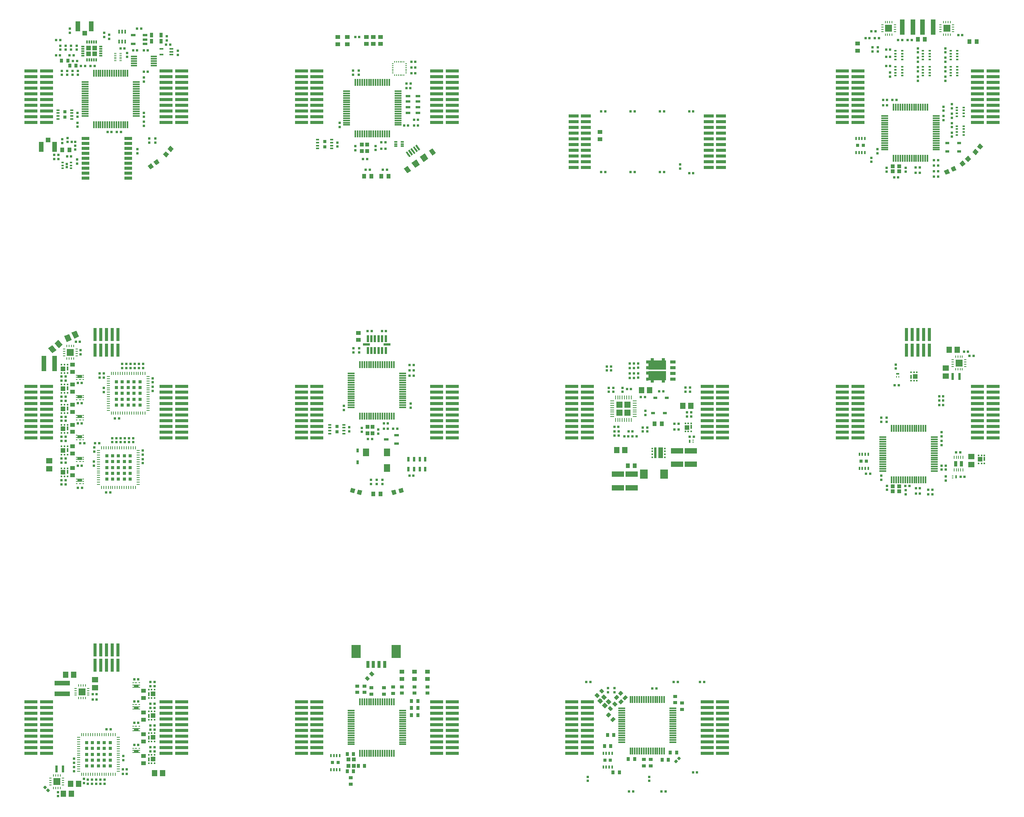
<source format=gtp>
G04 #@! TF.GenerationSoftware,KiCad,Pcbnew,no-vcs-found-d3b382c~59~ubuntu16.04.1*
G04 #@! TF.CreationDate,2017-07-31T19:48:29+01:00*
G04 #@! TF.ProjectId,b2_stencils,62325F7374656E63696C732E6B696361,1*
G04 #@! TF.SameCoordinates,Original
G04 #@! TF.FileFunction,Paste,Top*
G04 #@! TF.FilePolarity,Positive*
%FSLAX46Y46*%
G04 Gerber Fmt 4.6, Leading zero omitted, Abs format (unit mm)*
G04 Created by KiCad (PCBNEW no-vcs-found-d3b382c~59~ubuntu16.04.1) date Mon Jul 31 19:48:29 2017*
%MOMM*%
%LPD*%
G01*
G04 APERTURE LIST*
%ADD10R,0.300000X1.500000*%
%ADD11R,1.500000X0.300000*%
%ADD12R,0.400000X0.950000*%
%ADD13R,0.620000X0.620000*%
%ADD14R,1.000000X1.050000*%
%ADD15R,1.050000X2.200000*%
%ADD16R,2.920000X0.740000*%
%ADD17C,0.950000*%
%ADD18C,0.100000*%
%ADD19R,0.650000X0.350000*%
%ADD20R,0.802000X0.802000*%
%ADD21R,0.750000X0.300000*%
%ADD22R,0.300000X0.750000*%
%ADD23R,1.102000X1.102000*%
%ADD24R,0.750000X0.900000*%
%ADD25R,0.470000X0.400000*%
%ADD26R,0.502000X0.502000*%
%ADD27R,0.520000X0.520000*%
%ADD28R,0.950000X1.000000*%
%ADD29R,0.950000X0.400000*%
%ADD30R,1.100000X0.600000*%
%ADD31R,1.450000X0.300000*%
%ADD32R,0.600000X0.200000*%
%ADD33R,1.800000X0.700000*%
%ADD34R,0.800000X1.000000*%
%ADD35R,0.710000X0.300000*%
%ADD36C,0.400000*%
%ADD37C,1.300000*%
%ADD38C,0.975000*%
%ADD39R,1.000000X0.950000*%
%ADD40R,0.200000X0.400000*%
%ADD41R,0.400000X0.200000*%
%ADD42R,0.850000X0.950000*%
%ADD43R,2.220000X0.740000*%
%ADD44R,0.559000X0.406000*%
%ADD45R,0.350000X0.650000*%
%ADD46R,1.502000X1.502000*%
%ADD47R,0.250000X0.600000*%
%ADD48R,0.600000X0.250000*%
%ADD49R,0.900000X0.500000*%
%ADD50R,0.980000X3.400000*%
%ADD51R,0.950000X0.850000*%
%ADD52R,0.702000X0.702000*%
%ADD53R,0.250000X0.700000*%
%ADD54R,0.700000X0.250000*%
%ADD55R,3.400000X0.980000*%
%ADD56R,0.740000X2.920000*%
%ADD57R,0.400000X0.850000*%
%ADD58R,0.400000X0.455000*%
%ADD59R,1.050000X1.100000*%
%ADD60R,1.450000X1.150000*%
%ADD61R,1.150000X1.450000*%
%ADD62C,0.620000*%
%ADD63R,0.500000X1.600000*%
%ADD64R,0.300000X0.250000*%
%ADD65R,1.100000X0.670000*%
%ADD66R,0.620000X0.200000*%
%ADD67C,1.150000*%
%ADD68R,0.550000X1.545000*%
%ADD69R,1.545000X0.550000*%
%ADD70R,0.600000X1.100000*%
%ADD71R,1.000000X0.600000*%
%ADD72R,1.400000X1.700000*%
%ADD73R,0.500000X0.900000*%
%ADD74R,1.452000X1.452000*%
%ADD75R,0.850000X0.280000*%
%ADD76R,0.280000X0.850000*%
%ADD77R,0.562000X2.450000*%
%ADD78R,1.036000X2.450000*%
%ADD79R,0.450000X0.450000*%
%ADD80R,2.700000X1.150000*%
%ADD81R,1.800000X2.000000*%
%ADD82R,0.800000X0.475000*%
%ADD83R,0.550000X0.650000*%
%ADD84R,0.550000X0.750000*%
%ADD85R,3.900000X2.025000*%
%ADD86R,1.250000X0.650000*%
%ADD87R,0.400000X0.250000*%
%ADD88R,0.400000X0.700000*%
%ADD89R,0.802000X1.202000*%
%ADD90R,0.250000X0.400000*%
%ADD91R,0.700000X0.400000*%
%ADD92R,0.800000X1.600000*%
%ADD93R,2.100000X3.000000*%
%ADD94R,0.900000X0.750000*%
%ADD95C,0.750000*%
%ADD96C,0.850000*%
G04 APERTURE END LIST*
D10*
X27225000Y-46200000D03*
X27725000Y-46200000D03*
X28225000Y-46200000D03*
X28725000Y-46200000D03*
X29225000Y-46200000D03*
X29725000Y-46200000D03*
X30225000Y-46200000D03*
X30725000Y-46200000D03*
X31225000Y-46200000D03*
X31725000Y-46200000D03*
X32225000Y-46200000D03*
X32725000Y-46200000D03*
X33225000Y-46200000D03*
X33725000Y-46200000D03*
X34225000Y-46200000D03*
X34725000Y-46200000D03*
D11*
X36675000Y-44250000D03*
X36675000Y-43750000D03*
X36675000Y-43250000D03*
X36675000Y-42750000D03*
X36675000Y-42250000D03*
X36675000Y-41750000D03*
X36675000Y-41250000D03*
X36675000Y-40750000D03*
X36675000Y-40250000D03*
X36675000Y-39750000D03*
X36675000Y-39250000D03*
X36675000Y-38750000D03*
X36675000Y-38250000D03*
X36675000Y-37750000D03*
X36675000Y-37250000D03*
X36675000Y-36750000D03*
D10*
X34725000Y-34800000D03*
X34225000Y-34800000D03*
X33725000Y-34800000D03*
X33225000Y-34800000D03*
X32725000Y-34800000D03*
X32225000Y-34800000D03*
X31725000Y-34800000D03*
X31225000Y-34800000D03*
X30725000Y-34800000D03*
X30225000Y-34800000D03*
X29725000Y-34800000D03*
X29225000Y-34800000D03*
X28725000Y-34800000D03*
X28225000Y-34800000D03*
X27725000Y-34800000D03*
X27225000Y-34800000D03*
D11*
X25275000Y-36750000D03*
X25275000Y-37250000D03*
X25275000Y-37750000D03*
X25275000Y-38250000D03*
X25275000Y-38750000D03*
X25275000Y-39250000D03*
X25275000Y-39750000D03*
X25275000Y-40250000D03*
X25275000Y-40750000D03*
X25275000Y-41250000D03*
X25275000Y-41750000D03*
X25275000Y-42250000D03*
X25275000Y-42750000D03*
X25275000Y-43250000D03*
X25275000Y-43750000D03*
X25275000Y-44250000D03*
D12*
X34150000Y-25550000D03*
X33500000Y-25550000D03*
X32850000Y-25550000D03*
X32850000Y-27750000D03*
X33500000Y-27750000D03*
X34150000Y-27750000D03*
D13*
X19750000Y-30800000D03*
X18850000Y-30800000D03*
X43400000Y-26575000D03*
X43400000Y-27475000D03*
X22200000Y-53250000D03*
X21300000Y-53250000D03*
D14*
X17050000Y-49575000D03*
D15*
X18525000Y-51100000D03*
X15575000Y-51100000D03*
D13*
X38300000Y-36600000D03*
X38300000Y-35700000D03*
X36870000Y-51660000D03*
X36870000Y-52560000D03*
D16*
X13285000Y-34285000D03*
X16715000Y-34285000D03*
X13285000Y-35555000D03*
X16715000Y-35555000D03*
X13285000Y-36825000D03*
X16715000Y-36825000D03*
X13285000Y-38095000D03*
X16715000Y-38095000D03*
X13285000Y-39365000D03*
X16715000Y-39365000D03*
X13285000Y-40635000D03*
X16715000Y-40635000D03*
X13285000Y-41905000D03*
X16715000Y-41905000D03*
X13285000Y-43175000D03*
X16715000Y-43175000D03*
X13285000Y-44445000D03*
X16715000Y-44445000D03*
X13285000Y-45715000D03*
X16715000Y-45715000D03*
D13*
X38300000Y-46450000D03*
X38300000Y-45550000D03*
X39200000Y-34450000D03*
X38300000Y-34450000D03*
X23600000Y-46650000D03*
X23600000Y-45750000D03*
X30250000Y-47800000D03*
X31150000Y-47800000D03*
X38300000Y-44450000D03*
X38300000Y-43550000D03*
X32350000Y-47800000D03*
X33250000Y-47800000D03*
X23700000Y-35150000D03*
X23700000Y-34250000D03*
X27400000Y-33150000D03*
X26500000Y-33150000D03*
X23600000Y-43550000D03*
X23600000Y-44450000D03*
D17*
X43235770Y-52812836D03*
D18*
G36*
X43313468Y-53498101D02*
X42547424Y-52855313D01*
X43158072Y-52127571D01*
X43924116Y-52770359D01*
X43313468Y-53498101D01*
X43313468Y-53498101D01*
G37*
D17*
X44264230Y-51587164D03*
D18*
G36*
X44341928Y-52272429D02*
X43575884Y-51629641D01*
X44186532Y-50901899D01*
X44952576Y-51544687D01*
X44341928Y-52272429D01*
X44341928Y-52272429D01*
G37*
D17*
X41155322Y-54541139D03*
D18*
G36*
X41257631Y-53859114D02*
X41831207Y-54678266D01*
X41053013Y-55223164D01*
X40479437Y-54404012D01*
X41257631Y-53859114D01*
X41257631Y-53859114D01*
G37*
D17*
X39844678Y-55458861D03*
D18*
G36*
X39946987Y-54776836D02*
X40520563Y-55595988D01*
X39742369Y-56140886D01*
X39168793Y-55321734D01*
X39946987Y-54776836D01*
X39946987Y-54776836D01*
G37*
D19*
X22375000Y-44925000D03*
X22375000Y-44275000D03*
X22375000Y-43625000D03*
X22375000Y-42975000D03*
X19275000Y-42975000D03*
X19275000Y-43625000D03*
X19275000Y-44275000D03*
X19275000Y-44925000D03*
D20*
X20825000Y-44550000D03*
X20825000Y-43350000D03*
D21*
X24750000Y-28850000D03*
X24750000Y-29350000D03*
X24750000Y-29850000D03*
X24750000Y-30350000D03*
X24750000Y-30850000D03*
D22*
X25750000Y-31850000D03*
X26250000Y-31850000D03*
X26750000Y-31850000D03*
X27250000Y-31850000D03*
X27750000Y-31850000D03*
D21*
X28750000Y-30850000D03*
X28750000Y-30350000D03*
X28750000Y-29850000D03*
X28750000Y-29350000D03*
X28750000Y-28850000D03*
D22*
X27750000Y-27850000D03*
X27250000Y-27850000D03*
X26750000Y-27850000D03*
X26250000Y-27850000D03*
X25750000Y-27850000D03*
D23*
X26100000Y-29200000D03*
X26100000Y-30500000D03*
X27400000Y-29200000D03*
X27400000Y-30500000D03*
D16*
X43285000Y-34285000D03*
X46715000Y-34285000D03*
X43285000Y-35555000D03*
X46715000Y-35555000D03*
X43285000Y-36825000D03*
X46715000Y-36825000D03*
X43285000Y-38095000D03*
X46715000Y-38095000D03*
X43285000Y-39365000D03*
X46715000Y-39365000D03*
X43285000Y-40635000D03*
X46715000Y-40635000D03*
X43285000Y-41905000D03*
X46715000Y-41905000D03*
X43285000Y-43175000D03*
X46715000Y-43175000D03*
X43285000Y-44445000D03*
X46715000Y-44445000D03*
X43285000Y-45715000D03*
X46715000Y-45715000D03*
D13*
X40900000Y-49250000D03*
X40900000Y-50150000D03*
X39500000Y-49250000D03*
X39500000Y-50150000D03*
X24400000Y-33150000D03*
X25300000Y-33150000D03*
X21300000Y-34250000D03*
X21300000Y-35150000D03*
X21000000Y-28650000D03*
X21000000Y-29550000D03*
X23500000Y-32050000D03*
X22600000Y-32050000D03*
X22750000Y-30800000D03*
X21850000Y-30800000D03*
X19800000Y-27450000D03*
X18900000Y-27450000D03*
D24*
X21900000Y-33100000D03*
X23300000Y-33100000D03*
X21450000Y-32000000D03*
X20050000Y-32000000D03*
D13*
X23500000Y-53950000D03*
X23500000Y-54850000D03*
X19400000Y-52900000D03*
X19400000Y-53800000D03*
X43275000Y-28450000D03*
X44175000Y-28450000D03*
X38300000Y-29700000D03*
X39200000Y-29700000D03*
X20250000Y-49400000D03*
X20250000Y-50300000D03*
X21950000Y-25800000D03*
X21950000Y-24900000D03*
D25*
X20335000Y-54600000D03*
X20335000Y-55250000D03*
X20335000Y-55900000D03*
X22165000Y-55900000D03*
X22165000Y-55250000D03*
X22165000Y-54600000D03*
D26*
X21250000Y-54900000D03*
X21250000Y-55600000D03*
D27*
X21400000Y-50000000D03*
X21400000Y-49200000D03*
X23100000Y-50000000D03*
X22300000Y-50000000D03*
X23100000Y-51700000D03*
X23100000Y-50900000D03*
D28*
X20200000Y-51800000D03*
X21800000Y-51800000D03*
D13*
X18400000Y-52900000D03*
X18400000Y-53800000D03*
D14*
X25200000Y-25900000D03*
D15*
X23725000Y-24375000D03*
X26675000Y-24375000D03*
D13*
X45850000Y-29800000D03*
X45850000Y-30700000D03*
D29*
X44450000Y-30650000D03*
X44450000Y-30000000D03*
X44450000Y-29350000D03*
X42250000Y-29350000D03*
X42250000Y-30650000D03*
D13*
X34650000Y-30250000D03*
X34650000Y-31150000D03*
X34050000Y-29250000D03*
X33150000Y-29250000D03*
X36850000Y-29700000D03*
X35950000Y-29700000D03*
D30*
X38550000Y-28250000D03*
X38550000Y-27300000D03*
X38550000Y-26350000D03*
X35950000Y-26350000D03*
X35950000Y-28250000D03*
D31*
X36100000Y-31050000D03*
X36100000Y-31550000D03*
X36100000Y-32050000D03*
X36100000Y-32550000D03*
X36100000Y-33050000D03*
X40500000Y-33050000D03*
X40500000Y-32550000D03*
X40500000Y-32050000D03*
X40500000Y-31550000D03*
X40500000Y-31050000D03*
D32*
X33150000Y-32000000D03*
X33150000Y-31600000D03*
X33150000Y-31200000D03*
X33150000Y-30800000D03*
X33150000Y-30400000D03*
X31950000Y-30400000D03*
X31950000Y-30800000D03*
X31950000Y-31200000D03*
X31950000Y-31600000D03*
X31950000Y-32000000D03*
D33*
X34900000Y-58075000D03*
X34900000Y-56975000D03*
X34900000Y-55875000D03*
X34900000Y-54775000D03*
X34900000Y-53675000D03*
X34900000Y-52575000D03*
X34900000Y-51475000D03*
X34900000Y-50375000D03*
X34900000Y-49275000D03*
X25400000Y-49275000D03*
X25400000Y-50375000D03*
X25400000Y-51475000D03*
X25400000Y-52575000D03*
X25400000Y-53675000D03*
X25400000Y-54775000D03*
X25400000Y-55875000D03*
X25400000Y-56975000D03*
X25400000Y-58075000D03*
D13*
X37700000Y-24850000D03*
X36800000Y-24850000D03*
D34*
X42150000Y-26300000D03*
X42150000Y-27700000D03*
X40050000Y-26300000D03*
X40050000Y-27700000D03*
D13*
X22500000Y-34250000D03*
X22500000Y-35150000D03*
X23400000Y-29550000D03*
X23400000Y-28650000D03*
X22200000Y-29550000D03*
X22200000Y-28650000D03*
X19800000Y-28650000D03*
X19800000Y-29550000D03*
X30625000Y-27125000D03*
X30625000Y-26225000D03*
X29525000Y-25800000D03*
X29525000Y-26700000D03*
X20100000Y-34250000D03*
X20100000Y-35150000D03*
D35*
X95621999Y-50990000D03*
X95622000Y-50490000D03*
X95621999Y-49990000D03*
X94182001Y-49990000D03*
X94182000Y-50490000D03*
X94182001Y-50990000D03*
D36*
X98011735Y-52023281D03*
D18*
G36*
X98239143Y-52689547D02*
X97458074Y-51588443D01*
X97784327Y-51357015D01*
X98565396Y-52458119D01*
X98239143Y-52689547D01*
X98239143Y-52689547D01*
G37*
D36*
X98541897Y-51647211D03*
D18*
G36*
X98769305Y-52313477D02*
X97988236Y-51212373D01*
X98314489Y-50980945D01*
X99095558Y-52082049D01*
X98769305Y-52313477D01*
X98769305Y-52313477D01*
G37*
D36*
X97481574Y-52399352D03*
D18*
G36*
X97708982Y-53065618D02*
X96927913Y-51964514D01*
X97254166Y-51733086D01*
X98035235Y-52834190D01*
X97708982Y-53065618D01*
X97708982Y-53065618D01*
G37*
D36*
X96951412Y-52775422D03*
D18*
G36*
X97178820Y-53441688D02*
X96397751Y-52340584D01*
X96724004Y-52109156D01*
X97505073Y-53210260D01*
X97178820Y-53441688D01*
X97178820Y-53441688D01*
G37*
D36*
X99072058Y-51271141D03*
D18*
G36*
X99299466Y-51937407D02*
X98518397Y-50836303D01*
X98844650Y-50604875D01*
X99625719Y-51705979D01*
X99299466Y-51937407D01*
X99299466Y-51937407D01*
G37*
D37*
X100497387Y-53539745D03*
D18*
G36*
X100372224Y-54486758D02*
X99562227Y-53344872D01*
X100622550Y-52592732D01*
X101432547Y-53734618D01*
X100372224Y-54486758D01*
X100372224Y-54486758D01*
G37*
D37*
X98621431Y-54870455D03*
D18*
G36*
X98496268Y-55817468D02*
X97686271Y-54675582D01*
X98746594Y-53923442D01*
X99556591Y-55065328D01*
X98496268Y-55817468D01*
X98496268Y-55817468D01*
G37*
D38*
X102322366Y-52245195D03*
D18*
G36*
X102300815Y-53057409D02*
X101548675Y-51997086D01*
X102343917Y-51432981D01*
X103096057Y-52493304D01*
X102300815Y-53057409D01*
X102300815Y-53057409D01*
G37*
D38*
X96796452Y-56165005D03*
D18*
G36*
X96774901Y-56977219D02*
X96022761Y-55916896D01*
X96818003Y-55352791D01*
X97570143Y-56413114D01*
X96774901Y-56977219D01*
X96774901Y-56977219D01*
G37*
D30*
X99150000Y-43575000D03*
X99150000Y-42325000D03*
X99150000Y-41075000D03*
X99150000Y-39825000D03*
X96950000Y-39825000D03*
X96950000Y-41075000D03*
X96950000Y-42325000D03*
X96950000Y-43575000D03*
D13*
X81750000Y-45800000D03*
X81750000Y-46700000D03*
D16*
X73285000Y-34285000D03*
X76715000Y-34285000D03*
X73285000Y-35555000D03*
X76715000Y-35555000D03*
X73285000Y-36825000D03*
X76715000Y-36825000D03*
X73285000Y-38095000D03*
X76715000Y-38095000D03*
X73285000Y-39365000D03*
X76715000Y-39365000D03*
X73285000Y-40635000D03*
X76715000Y-40635000D03*
X73285000Y-41905000D03*
X76715000Y-41905000D03*
X73285000Y-43175000D03*
X76715000Y-43175000D03*
X73285000Y-44445000D03*
X76715000Y-44445000D03*
X73285000Y-45715000D03*
X76715000Y-45715000D03*
D10*
X85250000Y-48200000D03*
X85750000Y-48200000D03*
X86250000Y-48200000D03*
X86750000Y-48200000D03*
X87250000Y-48200000D03*
X87750000Y-48200000D03*
X88250000Y-48200000D03*
X88750000Y-48200000D03*
X89250000Y-48200000D03*
X89750000Y-48200000D03*
X90250000Y-48200000D03*
X90750000Y-48200000D03*
X91250000Y-48200000D03*
X91750000Y-48200000D03*
X92250000Y-48200000D03*
X92750000Y-48200000D03*
D11*
X94700000Y-46250000D03*
X94700000Y-45750000D03*
X94700000Y-45250000D03*
X94700000Y-44750000D03*
X94700000Y-44250000D03*
X94700000Y-43750000D03*
X94700000Y-43250000D03*
X94700000Y-42750000D03*
X94700000Y-42250000D03*
X94700000Y-41750000D03*
X94700000Y-41250000D03*
X94700000Y-40750000D03*
X94700000Y-40250000D03*
X94700000Y-39750000D03*
X94700000Y-39250000D03*
X94700000Y-38750000D03*
D10*
X92750000Y-36800000D03*
X92250000Y-36800000D03*
X91750000Y-36800000D03*
X91250000Y-36800000D03*
X90750000Y-36800000D03*
X90250000Y-36800000D03*
X89750000Y-36800000D03*
X89250000Y-36800000D03*
X88750000Y-36800000D03*
X88250000Y-36800000D03*
X87750000Y-36800000D03*
X87250000Y-36800000D03*
X86750000Y-36800000D03*
X86250000Y-36800000D03*
X85750000Y-36800000D03*
X85250000Y-36800000D03*
D11*
X83300000Y-38750000D03*
X83300000Y-39250000D03*
X83300000Y-39750000D03*
X83300000Y-40250000D03*
X83300000Y-40750000D03*
X83300000Y-41250000D03*
X83300000Y-41750000D03*
X83300000Y-42250000D03*
X83300000Y-42750000D03*
X83300000Y-43250000D03*
X83300000Y-43750000D03*
X83300000Y-44250000D03*
X83300000Y-44750000D03*
X83300000Y-45250000D03*
X83300000Y-45750000D03*
X83300000Y-46250000D03*
D39*
X81310000Y-26770000D03*
X81310000Y-28370000D03*
D13*
X87550000Y-56200000D03*
X88450000Y-56200000D03*
D40*
X94000000Y-35200000D03*
X94400000Y-35200000D03*
X94800000Y-35200000D03*
X95200000Y-35200000D03*
X95600000Y-35200000D03*
X96000000Y-35200000D03*
D41*
X96500000Y-34700000D03*
X96500000Y-34300000D03*
X96500000Y-33900000D03*
X96500000Y-33500000D03*
X96500000Y-33100000D03*
X96500000Y-32700000D03*
D40*
X96000000Y-32200000D03*
X95600000Y-32200000D03*
X95200000Y-32200000D03*
X94800000Y-32200000D03*
X94400000Y-32200000D03*
X94000000Y-32200000D03*
D41*
X93500000Y-32700000D03*
X93500000Y-33100000D03*
X93500000Y-33500000D03*
X93500000Y-33900000D03*
X93500000Y-34300000D03*
X93500000Y-34700000D03*
D13*
X98550000Y-32200000D03*
X97650000Y-32200000D03*
D19*
X80000000Y-51475000D03*
X80000000Y-50825000D03*
X80000000Y-50175000D03*
X80000000Y-49525000D03*
X76900000Y-49525000D03*
X76900000Y-50175000D03*
X76900000Y-50825000D03*
X76900000Y-51475000D03*
D20*
X78450000Y-51100000D03*
X78450000Y-49900000D03*
D13*
X90991107Y-50065147D03*
X91891107Y-50065147D03*
X90991107Y-51565147D03*
X91891107Y-51565147D03*
X99150000Y-46400000D03*
X98250000Y-46400000D03*
X96050000Y-46400000D03*
X96950000Y-46400000D03*
X97650000Y-33500000D03*
X98550000Y-33500000D03*
X98550000Y-34800000D03*
X97650000Y-34800000D03*
X85250000Y-51850000D03*
X85250000Y-50950000D03*
X87855047Y-53866527D03*
X86955047Y-53866527D03*
X97475000Y-37050000D03*
X96575000Y-37050000D03*
X84700000Y-34225000D03*
X84700000Y-35125000D03*
X86000000Y-35125000D03*
X86000000Y-34225000D03*
X96550000Y-38100000D03*
X97450000Y-38100000D03*
X81250000Y-50150000D03*
X81250000Y-51050000D03*
X98250000Y-45150000D03*
X99150000Y-45150000D03*
D28*
X87200000Y-57600000D03*
X88800000Y-57600000D03*
X92600000Y-57600000D03*
X91000000Y-57600000D03*
D13*
X89705047Y-51816527D03*
X89705047Y-50916527D03*
X92250000Y-56200000D03*
X91350000Y-56200000D03*
D42*
X86705047Y-50616527D03*
X86705047Y-52066527D03*
X87855047Y-52066527D03*
X87855047Y-50616527D03*
D39*
X83425000Y-26750000D03*
X83425000Y-28350000D03*
X90800000Y-26700000D03*
X90800000Y-28300000D03*
X89250000Y-26700000D03*
X89250000Y-28300000D03*
X87700000Y-26700000D03*
X87700000Y-28300000D03*
D13*
X86125000Y-26750000D03*
X85225000Y-26750000D03*
D16*
X103285000Y-34285000D03*
X106715000Y-34285000D03*
X103285000Y-35555000D03*
X106715000Y-35555000D03*
X103285000Y-36825000D03*
X106715000Y-36825000D03*
X103285000Y-38095000D03*
X106715000Y-38095000D03*
X103285000Y-39365000D03*
X106715000Y-39365000D03*
X103285000Y-40635000D03*
X106715000Y-40635000D03*
X103285000Y-41905000D03*
X106715000Y-41905000D03*
X103285000Y-43175000D03*
X106715000Y-43175000D03*
X103285000Y-44445000D03*
X106715000Y-44445000D03*
X103285000Y-45715000D03*
X106715000Y-45715000D03*
D13*
X157250000Y-55950000D03*
X157250000Y-55050000D03*
D39*
X139550000Y-49400000D03*
X139550000Y-47800000D03*
D13*
X160200000Y-57000000D03*
X159300000Y-57000000D03*
X152800000Y-56750000D03*
X153700000Y-56750000D03*
X159300000Y-43250000D03*
X160200000Y-43250000D03*
X152800000Y-43250000D03*
X153700000Y-43250000D03*
X147200000Y-43250000D03*
X146300000Y-43250000D03*
X139800000Y-43250000D03*
X140700000Y-43250000D03*
X139800000Y-56750000D03*
X140700000Y-56750000D03*
X147200000Y-56750000D03*
X146300000Y-56750000D03*
D43*
X166365000Y-44285000D03*
X163635000Y-44285000D03*
X166365000Y-45555000D03*
X163635000Y-45555000D03*
X166365000Y-46825000D03*
X163635000Y-46825000D03*
X166365000Y-48095000D03*
X163635000Y-48095000D03*
X166365000Y-49365000D03*
X163635000Y-49365000D03*
X166365000Y-50635000D03*
X163635000Y-50635000D03*
X166365000Y-51905000D03*
X163635000Y-51905000D03*
X166365000Y-53175000D03*
X163635000Y-53175000D03*
X166365000Y-54445000D03*
X163635000Y-54445000D03*
X166365000Y-55715000D03*
X163635000Y-55715000D03*
X133635000Y-55715000D03*
X136365000Y-55715000D03*
X133635000Y-54445000D03*
X136365000Y-54445000D03*
X133635000Y-53175000D03*
X136365000Y-53175000D03*
X133635000Y-51905000D03*
X136365000Y-51905000D03*
X133635000Y-50635000D03*
X136365000Y-50635000D03*
X133635000Y-49365000D03*
X136365000Y-49365000D03*
X133635000Y-48095000D03*
X136365000Y-48095000D03*
X133635000Y-46825000D03*
X136365000Y-46825000D03*
X133635000Y-45555000D03*
X136365000Y-45555000D03*
X133635000Y-44285000D03*
X136365000Y-44285000D03*
D39*
X196650000Y-28200000D03*
X196650000Y-29800000D03*
D44*
X220186500Y-46525000D03*
X220186500Y-47175000D03*
X220186500Y-47825000D03*
X220186500Y-48475000D03*
X218713500Y-48475000D03*
X218713500Y-47825000D03*
X218713500Y-47175000D03*
X218713500Y-46525000D03*
D17*
X223864230Y-51037164D03*
D18*
G36*
X223786532Y-50351899D02*
X224552576Y-50994687D01*
X223941928Y-51722429D01*
X223175884Y-51079641D01*
X223786532Y-50351899D01*
X223786532Y-50351899D01*
G37*
D17*
X222835770Y-52262836D03*
D18*
G36*
X222758072Y-51577571D02*
X223524116Y-52220359D01*
X222913468Y-52948101D01*
X222147424Y-52305313D01*
X222758072Y-51577571D01*
X222758072Y-51577571D01*
G37*
D44*
X205063500Y-29775000D03*
X205063500Y-30425000D03*
X205063500Y-31075000D03*
X205063500Y-31725000D03*
X206536500Y-31725000D03*
X206536500Y-31075000D03*
X206536500Y-30425000D03*
X206536500Y-29775000D03*
D13*
X205300000Y-40700000D03*
X204400000Y-40700000D03*
X202300000Y-40700000D03*
X203200000Y-40700000D03*
X210000000Y-36450000D03*
X210000000Y-35550000D03*
X217550000Y-43750000D03*
X217550000Y-44650000D03*
X210000000Y-32250000D03*
X210000000Y-31350000D03*
X217550000Y-46750000D03*
X217550000Y-45850000D03*
X210000000Y-33450000D03*
X210000000Y-34350000D03*
X217550000Y-42550000D03*
X217550000Y-41650000D03*
X210000000Y-29250000D03*
X210000000Y-30150000D03*
X199950000Y-29950000D03*
X199950000Y-29050000D03*
X201150000Y-29950000D03*
X201150000Y-29050000D03*
X217550000Y-47950000D03*
X217550000Y-48850000D03*
X203900000Y-35550000D03*
X203900000Y-34650000D03*
X216150000Y-31350000D03*
X216150000Y-32250000D03*
X203000000Y-31150000D03*
X203900000Y-31150000D03*
X216150000Y-34350000D03*
X216150000Y-33450000D03*
X203900000Y-33150000D03*
X203000000Y-33150000D03*
X216150000Y-30150000D03*
X216150000Y-29250000D03*
X203900000Y-29550000D03*
X203000000Y-29550000D03*
X206550000Y-27400000D03*
X205650000Y-27400000D03*
X208650000Y-27400000D03*
X207750000Y-27400000D03*
X216150000Y-36450000D03*
X216150000Y-35550000D03*
X200650000Y-25450000D03*
X199750000Y-25450000D03*
X204750000Y-57900000D03*
X205650000Y-57900000D03*
X214500000Y-55300000D03*
X213600000Y-55300000D03*
X213600000Y-56500000D03*
X214500000Y-56500000D03*
X214500000Y-57700000D03*
X213600000Y-57700000D03*
X215700000Y-43100000D03*
X215700000Y-42200000D03*
X198400000Y-27000000D03*
X199300000Y-27000000D03*
X203100000Y-55750000D03*
X203100000Y-56650000D03*
X213600000Y-54100000D03*
X214500000Y-54100000D03*
X207300000Y-55750000D03*
X207300000Y-56650000D03*
X203200000Y-41900000D03*
X202300000Y-41900000D03*
X210450000Y-55700000D03*
X209550000Y-55700000D03*
X215700000Y-45200000D03*
X215700000Y-44300000D03*
X219000000Y-26350000D03*
X219900000Y-26350000D03*
X200500000Y-27000000D03*
X201400000Y-27000000D03*
X199750000Y-53550000D03*
X199750000Y-54450000D03*
X210450000Y-56900000D03*
X209550000Y-56900000D03*
X201100000Y-51650000D03*
X201100000Y-52550000D03*
D28*
X223100000Y-27750000D03*
X221500000Y-27750000D03*
X210000000Y-27250000D03*
X211600000Y-27250000D03*
D17*
X217925046Y-56011905D03*
D18*
G36*
X218144233Y-55358007D02*
X218566851Y-56264315D01*
X217705859Y-56665803D01*
X217283241Y-55759495D01*
X218144233Y-55358007D01*
X218144233Y-55358007D01*
G37*
D17*
X216474954Y-56688095D03*
D18*
G36*
X216694141Y-56034197D02*
X217116759Y-56940505D01*
X216255767Y-57341993D01*
X215833149Y-56435685D01*
X216694141Y-56034197D01*
X216694141Y-56034197D01*
G37*
D17*
X219937164Y-54814230D03*
D18*
G36*
X219979641Y-54125884D02*
X220622429Y-54891928D01*
X219894687Y-55502576D01*
X219251899Y-54736532D01*
X219979641Y-54125884D01*
X219979641Y-54125884D01*
G37*
D17*
X221162836Y-53785770D03*
D18*
G36*
X221205313Y-53097424D02*
X221848101Y-53863468D01*
X221120359Y-54474116D01*
X220477571Y-53708072D01*
X221205313Y-53097424D01*
X221205313Y-53097424D01*
G37*
D44*
X218786500Y-33375000D03*
X218786500Y-34025000D03*
X218786500Y-34675000D03*
X218786500Y-35325000D03*
X217313500Y-35325000D03*
X217313500Y-34675000D03*
X217313500Y-34025000D03*
X217313500Y-33375000D03*
X211163500Y-33375000D03*
X211163500Y-34025000D03*
X211163500Y-34675000D03*
X211163500Y-35325000D03*
X212636500Y-35325000D03*
X212636500Y-34675000D03*
X212636500Y-34025000D03*
X212636500Y-33375000D03*
X206536500Y-33375000D03*
X206536500Y-34025000D03*
X206536500Y-34675000D03*
X206536500Y-35325000D03*
X205063500Y-35325000D03*
X205063500Y-34675000D03*
X205063500Y-34025000D03*
X205063500Y-33375000D03*
X220186500Y-42375000D03*
X220186500Y-43025000D03*
X220186500Y-43675000D03*
X220186500Y-44325000D03*
X218713500Y-44325000D03*
X218713500Y-43675000D03*
X218713500Y-43025000D03*
X218713500Y-42375000D03*
X212636500Y-29775000D03*
X212636500Y-30425000D03*
X212636500Y-31075000D03*
X212636500Y-31725000D03*
X211163500Y-31725000D03*
X211163500Y-31075000D03*
X211163500Y-30425000D03*
X211163500Y-29775000D03*
X217313500Y-29775000D03*
X217313500Y-30425000D03*
X217313500Y-31075000D03*
X217313500Y-31725000D03*
X218786500Y-31725000D03*
X218786500Y-31075000D03*
X218786500Y-30425000D03*
X218786500Y-29775000D03*
D45*
X196325000Y-52350000D03*
X196975000Y-52350000D03*
X197625000Y-52350000D03*
X198275000Y-52350000D03*
X198275000Y-49250000D03*
X197625000Y-49250000D03*
X196975000Y-49250000D03*
X196325000Y-49250000D03*
D20*
X196700000Y-50800000D03*
X197900000Y-50800000D03*
D10*
X204650000Y-53700000D03*
X205150000Y-53700000D03*
X205650000Y-53700000D03*
X206150000Y-53700000D03*
X206650000Y-53700000D03*
X207150000Y-53700000D03*
X207650000Y-53700000D03*
X208150000Y-53700000D03*
X208650000Y-53700000D03*
X209150000Y-53700000D03*
X209650000Y-53700000D03*
X210150000Y-53700000D03*
X210650000Y-53700000D03*
X211150000Y-53700000D03*
X211650000Y-53700000D03*
X212150000Y-53700000D03*
D11*
X214100000Y-51750000D03*
X214100000Y-51250000D03*
X214100000Y-50750000D03*
X214100000Y-50250000D03*
X214100000Y-49750000D03*
X214100000Y-49250000D03*
X214100000Y-48750000D03*
X214100000Y-48250000D03*
X214100000Y-47750000D03*
X214100000Y-47250000D03*
X214100000Y-46750000D03*
X214100000Y-46250000D03*
X214100000Y-45750000D03*
X214100000Y-45250000D03*
X214100000Y-44750000D03*
X214100000Y-44250000D03*
D10*
X212150000Y-42300000D03*
X211650000Y-42300000D03*
X211150000Y-42300000D03*
X210650000Y-42300000D03*
X210150000Y-42300000D03*
X209650000Y-42300000D03*
X209150000Y-42300000D03*
X208650000Y-42300000D03*
X208150000Y-42300000D03*
X207650000Y-42300000D03*
X207150000Y-42300000D03*
X206650000Y-42300000D03*
X206150000Y-42300000D03*
X205650000Y-42300000D03*
X205150000Y-42300000D03*
X204650000Y-42300000D03*
D11*
X202700000Y-44250000D03*
X202700000Y-44750000D03*
X202700000Y-45250000D03*
X202700000Y-45750000D03*
X202700000Y-46250000D03*
X202700000Y-46750000D03*
X202700000Y-47250000D03*
X202700000Y-47750000D03*
X202700000Y-48250000D03*
X202700000Y-48750000D03*
X202700000Y-49250000D03*
X202700000Y-49750000D03*
X202700000Y-50250000D03*
X202700000Y-50750000D03*
X202700000Y-51250000D03*
X202700000Y-51750000D03*
D46*
X203550000Y-24800000D03*
D47*
X204300000Y-26200000D03*
X203800000Y-26200000D03*
X203300000Y-26200000D03*
X202800000Y-26200000D03*
D48*
X202150000Y-25550000D03*
X202150000Y-25050000D03*
X202150000Y-24550000D03*
X202150000Y-24050000D03*
D47*
X202800000Y-23400000D03*
X203300000Y-23400000D03*
X203800000Y-23400000D03*
X204300000Y-23400000D03*
D48*
X204950000Y-24050000D03*
X204950000Y-24550000D03*
X204950000Y-25050000D03*
X204950000Y-25550000D03*
X215050000Y-24050000D03*
X215050000Y-24550000D03*
X215050000Y-25050000D03*
X215050000Y-25550000D03*
D47*
X215700000Y-26200000D03*
X216200000Y-26200000D03*
X216700000Y-26200000D03*
X217200000Y-26200000D03*
D48*
X217850000Y-25550000D03*
X217850000Y-25050000D03*
X217850000Y-24550000D03*
X217850000Y-24050000D03*
D47*
X217200000Y-23400000D03*
X216700000Y-23400000D03*
X216200000Y-23400000D03*
X215700000Y-23400000D03*
D46*
X216450000Y-24800000D03*
D49*
X216550000Y-50250000D03*
X219150000Y-50250000D03*
X219150000Y-52150000D03*
X216550000Y-52150000D03*
D16*
X226715000Y-45715000D03*
X223285000Y-45715000D03*
X226715000Y-44445000D03*
X223285000Y-44445000D03*
X226715000Y-43175000D03*
X223285000Y-43175000D03*
X226715000Y-41905000D03*
X223285000Y-41905000D03*
X226715000Y-40635000D03*
X223285000Y-40635000D03*
X226715000Y-39365000D03*
X223285000Y-39365000D03*
X226715000Y-38095000D03*
X223285000Y-38095000D03*
X226715000Y-36825000D03*
X223285000Y-36825000D03*
X226715000Y-35555000D03*
X223285000Y-35555000D03*
X226715000Y-34285000D03*
X223285000Y-34285000D03*
X193285000Y-34285000D03*
X196715000Y-34285000D03*
X193285000Y-35555000D03*
X196715000Y-35555000D03*
X193285000Y-36825000D03*
X196715000Y-36825000D03*
X193285000Y-38095000D03*
X196715000Y-38095000D03*
X193285000Y-39365000D03*
X196715000Y-39365000D03*
X193285000Y-40635000D03*
X196715000Y-40635000D03*
X193285000Y-41905000D03*
X196715000Y-41905000D03*
X193285000Y-43175000D03*
X196715000Y-43175000D03*
X193285000Y-44445000D03*
X196715000Y-44445000D03*
X193285000Y-45715000D03*
X196715000Y-45715000D03*
D50*
X208935000Y-24500000D03*
X206565000Y-24500000D03*
X213435000Y-24500000D03*
X211065000Y-24500000D03*
D51*
X205925000Y-55425000D03*
X204475000Y-55425000D03*
X204475000Y-56575000D03*
X205925000Y-56575000D03*
D52*
X30845000Y-188555000D03*
X30845000Y-187255000D03*
X30845000Y-185955000D03*
X30845000Y-184655000D03*
X30845000Y-183355000D03*
X29545000Y-188555000D03*
X29545000Y-187255000D03*
X29545000Y-185955000D03*
X29545000Y-184655000D03*
X29545000Y-183355000D03*
X28245000Y-188555000D03*
X28245000Y-187255000D03*
X28245000Y-185955000D03*
X28245000Y-184655000D03*
X28245000Y-183355000D03*
X26945000Y-188555000D03*
X26945000Y-187255000D03*
X26945000Y-185955000D03*
X26945000Y-184655000D03*
X26945000Y-183355000D03*
X25645000Y-188555000D03*
X25645000Y-187255000D03*
X25645000Y-185955000D03*
X25645000Y-184655000D03*
X25645000Y-183355000D03*
D53*
X24495000Y-181555000D03*
X24995000Y-181555000D03*
X25495000Y-181555000D03*
X25995000Y-181555000D03*
X26495000Y-181555000D03*
X26995000Y-181555000D03*
X27495000Y-181555000D03*
X27995000Y-181555000D03*
X28495000Y-181555000D03*
X28995000Y-181555000D03*
X29495000Y-181555000D03*
X29995000Y-181555000D03*
X30495000Y-181555000D03*
X30995000Y-181555000D03*
X31495000Y-181555000D03*
X31995000Y-181555000D03*
D54*
X32645000Y-182205000D03*
X32645000Y-182705000D03*
X32645000Y-183205000D03*
X32645000Y-183705000D03*
X32645000Y-184205000D03*
X32645000Y-184705000D03*
X32645000Y-185205000D03*
X32645000Y-185705000D03*
X32645000Y-186205000D03*
X32645000Y-186705000D03*
X32645000Y-187205000D03*
X32645000Y-187705000D03*
X32645000Y-188205000D03*
X32645000Y-188705000D03*
X32645000Y-189205000D03*
X32645000Y-189705000D03*
D53*
X31995000Y-190355000D03*
X31495000Y-190355000D03*
X30995000Y-190355000D03*
X30495000Y-190355000D03*
X29995000Y-190355000D03*
X29495000Y-190355000D03*
X28995000Y-190355000D03*
X28495000Y-190355000D03*
X27995000Y-190355000D03*
X27495000Y-190355000D03*
X26995000Y-190355000D03*
X26495000Y-190355000D03*
X25995000Y-190355000D03*
X25495000Y-190355000D03*
X24995000Y-190355000D03*
X24495000Y-190355000D03*
D54*
X23845000Y-189705000D03*
X23845000Y-189205000D03*
X23845000Y-188705000D03*
X23845000Y-188205000D03*
X23845000Y-187705000D03*
X23845000Y-187205000D03*
X23845000Y-186705000D03*
X23845000Y-186205000D03*
X23845000Y-185705000D03*
X23845000Y-185205000D03*
X23845000Y-184705000D03*
X23845000Y-184205000D03*
X23845000Y-183705000D03*
X23845000Y-183205000D03*
X23845000Y-182705000D03*
X23845000Y-182205000D03*
D13*
X37100000Y-183850000D03*
X36200000Y-183850000D03*
D55*
X20250000Y-172560000D03*
X20250000Y-170190000D03*
D56*
X27460000Y-166215000D03*
X27460000Y-162785000D03*
X28730000Y-166215000D03*
X28730000Y-162785000D03*
X30000000Y-166215000D03*
X30000000Y-162785000D03*
X31270000Y-166215000D03*
X31270000Y-162785000D03*
X32540000Y-166215000D03*
X32540000Y-162785000D03*
D16*
X43285000Y-174285000D03*
X46715000Y-174285000D03*
X43285000Y-175555000D03*
X46715000Y-175555000D03*
X43285000Y-176825000D03*
X46715000Y-176825000D03*
X43285000Y-178095000D03*
X46715000Y-178095000D03*
X43285000Y-179365000D03*
X46715000Y-179365000D03*
X43285000Y-180635000D03*
X46715000Y-180635000D03*
X43285000Y-181905000D03*
X46715000Y-181905000D03*
X43285000Y-183175000D03*
X46715000Y-183175000D03*
X43285000Y-184445000D03*
X46715000Y-184445000D03*
X43285000Y-185715000D03*
X46715000Y-185715000D03*
X13285000Y-174285000D03*
X16715000Y-174285000D03*
X13285000Y-175555000D03*
X16715000Y-175555000D03*
X13285000Y-176825000D03*
X16715000Y-176825000D03*
X13285000Y-178095000D03*
X16715000Y-178095000D03*
X13285000Y-179365000D03*
X16715000Y-179365000D03*
X13285000Y-180635000D03*
X16715000Y-180635000D03*
X13285000Y-181905000D03*
X16715000Y-181905000D03*
X13285000Y-183175000D03*
X16715000Y-183175000D03*
X13285000Y-184445000D03*
X16715000Y-184445000D03*
X13285000Y-185715000D03*
X16715000Y-185715000D03*
D13*
X22850000Y-186925000D03*
X22850000Y-187825000D03*
X30975000Y-180400000D03*
X30075000Y-180400000D03*
X22850000Y-189700000D03*
X22850000Y-188800000D03*
X33750000Y-186350000D03*
X33750000Y-187250000D03*
X28700000Y-191575000D03*
X28700000Y-192475000D03*
X33650000Y-189325000D03*
X34550000Y-189325000D03*
X26850000Y-192475000D03*
X26850000Y-191575000D03*
X34550000Y-190275000D03*
X33650000Y-190275000D03*
X25925000Y-192475000D03*
X25925000Y-191575000D03*
X27775000Y-192475000D03*
X27775000Y-191575000D03*
X29625000Y-192475000D03*
X29625000Y-191575000D03*
X39800000Y-184350000D03*
X40700000Y-184350000D03*
X39800000Y-179525000D03*
X40700000Y-179525000D03*
X39800000Y-174700000D03*
X40700000Y-174700000D03*
X39800000Y-169875000D03*
X40700000Y-169875000D03*
X40700000Y-185275000D03*
X39800000Y-185275000D03*
X40700000Y-180450000D03*
X39800000Y-180450000D03*
X40700000Y-175625000D03*
X39800000Y-175625000D03*
X40700000Y-170800000D03*
X39800000Y-170800000D03*
D57*
X39400000Y-187121000D03*
D58*
X39400000Y-187947500D03*
X39400000Y-186102500D03*
X40050000Y-187947500D03*
X40700000Y-187947500D03*
X40700000Y-186102500D03*
D59*
X40375000Y-187025000D03*
D58*
X40050000Y-186102500D03*
D39*
X38250000Y-187950000D03*
X38250000Y-186350000D03*
X38250000Y-183125000D03*
X38250000Y-181525000D03*
X38250000Y-176700000D03*
X38250000Y-178300000D03*
X38250000Y-171875000D03*
X38250000Y-173475000D03*
D57*
X39400000Y-182300000D03*
D58*
X39400000Y-183126500D03*
X39400000Y-181281500D03*
X40050000Y-183126500D03*
X40700000Y-183126500D03*
X40700000Y-181281500D03*
D59*
X40375000Y-182204000D03*
D58*
X40050000Y-181281500D03*
X40050000Y-176456500D03*
D59*
X40375000Y-177379000D03*
D58*
X40700000Y-176456500D03*
X40700000Y-178301500D03*
X40050000Y-178301500D03*
X39400000Y-176456500D03*
X39400000Y-178301500D03*
D57*
X39400000Y-177475000D03*
X39400000Y-172646000D03*
D58*
X39400000Y-173472500D03*
X39400000Y-171627500D03*
X40050000Y-173472500D03*
X40700000Y-173472500D03*
X40700000Y-171627500D03*
D59*
X40375000Y-172550000D03*
D58*
X40050000Y-171627500D03*
D60*
X27475000Y-169375000D03*
X27475000Y-171175000D03*
D13*
X26975000Y-172600000D03*
X27875000Y-172600000D03*
X27875000Y-173800000D03*
X26975000Y-173800000D03*
D61*
X20975000Y-168300000D03*
X22775000Y-168300000D03*
X20475000Y-194750000D03*
X22275000Y-194750000D03*
D13*
X19250000Y-195250000D03*
X19250000Y-194350000D03*
D62*
X16406802Y-193306802D03*
D18*
G36*
X16845208Y-193306802D02*
X16406802Y-193745208D01*
X15968396Y-193306802D01*
X16406802Y-192868396D01*
X16845208Y-193306802D01*
X16845208Y-193306802D01*
G37*
D62*
X17043198Y-193943198D03*
D18*
G36*
X17481604Y-193943198D02*
X17043198Y-194381604D01*
X16604792Y-193943198D01*
X17043198Y-193504792D01*
X17481604Y-193943198D01*
X17481604Y-193943198D01*
G37*
D61*
X22050000Y-192550000D03*
X23850000Y-192550000D03*
D46*
X24600000Y-172075000D03*
D47*
X23850000Y-170675000D03*
X24350000Y-170675000D03*
X24850000Y-170675000D03*
X25350000Y-170675000D03*
D48*
X26000000Y-171325000D03*
X26000000Y-171825000D03*
X26000000Y-172325000D03*
X26000000Y-172825000D03*
D47*
X25350000Y-173475000D03*
X24850000Y-173475000D03*
X24350000Y-173475000D03*
X23850000Y-173475000D03*
D48*
X23200000Y-172825000D03*
X23200000Y-172325000D03*
X23200000Y-171825000D03*
X23200000Y-171325000D03*
D47*
X19774307Y-190625693D03*
X19274307Y-190625693D03*
X18774307Y-190625693D03*
X18274307Y-190625693D03*
D48*
X17624307Y-191275693D03*
X17624307Y-191775693D03*
X17624307Y-192275693D03*
X17624307Y-192775693D03*
D47*
X18274307Y-193425693D03*
X18774307Y-193425693D03*
X19274307Y-193425693D03*
X19774307Y-193425693D03*
D48*
X20424307Y-192775693D03*
X20424307Y-192275693D03*
X20424307Y-191775693D03*
X20424307Y-191275693D03*
D46*
X19024307Y-192025693D03*
D63*
X20424307Y-189225693D03*
X18924307Y-189225693D03*
D13*
X25000000Y-192325000D03*
X25000000Y-191425000D03*
D64*
X37350000Y-184600000D03*
X37350000Y-185100000D03*
X37350000Y-185600000D03*
D65*
X36650000Y-185310000D03*
D66*
X36590000Y-184600000D03*
D64*
X35950000Y-184600000D03*
X35950000Y-185100000D03*
X35950000Y-185600000D03*
X37350000Y-179740000D03*
X37350000Y-180240000D03*
X37350000Y-180740000D03*
D65*
X36650000Y-180450000D03*
D66*
X36590000Y-179740000D03*
D64*
X35950000Y-179740000D03*
X35950000Y-180240000D03*
X35950000Y-180740000D03*
X35950000Y-175940000D03*
X35950000Y-175440000D03*
X35950000Y-174940000D03*
D66*
X36590000Y-174940000D03*
D65*
X36650000Y-175650000D03*
D64*
X37350000Y-175940000D03*
X37350000Y-175440000D03*
X37350000Y-174940000D03*
X35950000Y-171100000D03*
X35950000Y-170600000D03*
X35950000Y-170100000D03*
D66*
X36590000Y-170100000D03*
D65*
X36650000Y-170810000D03*
D64*
X37350000Y-171100000D03*
X37350000Y-170600000D03*
X37350000Y-170100000D03*
D13*
X36200000Y-179000000D03*
X37100000Y-179000000D03*
X37100000Y-174200000D03*
X36200000Y-174200000D03*
X36200000Y-169350000D03*
X37100000Y-169350000D03*
D61*
X40700000Y-190175000D03*
X42500000Y-190175000D03*
D52*
X30080000Y-119695000D03*
X30080000Y-120995000D03*
X30080000Y-122295000D03*
X30080000Y-123595000D03*
X30080000Y-124895000D03*
X31380000Y-119695000D03*
X31380000Y-120995000D03*
X31380000Y-122295000D03*
X31380000Y-123595000D03*
X31380000Y-124895000D03*
X32680000Y-119695000D03*
X32680000Y-120995000D03*
X32680000Y-122295000D03*
X32680000Y-123595000D03*
X32680000Y-124895000D03*
X33980000Y-119695000D03*
X33980000Y-120995000D03*
X33980000Y-122295000D03*
X33980000Y-123595000D03*
X33980000Y-124895000D03*
X35280000Y-119695000D03*
X35280000Y-120995000D03*
X35280000Y-122295000D03*
X35280000Y-123595000D03*
X35280000Y-124895000D03*
D53*
X36430000Y-126695000D03*
X35930000Y-126695000D03*
X35430000Y-126695000D03*
X34930000Y-126695000D03*
X34430000Y-126695000D03*
X33930000Y-126695000D03*
X33430000Y-126695000D03*
X32930000Y-126695000D03*
X32430000Y-126695000D03*
X31930000Y-126695000D03*
X31430000Y-126695000D03*
X30930000Y-126695000D03*
X30430000Y-126695000D03*
X29930000Y-126695000D03*
X29430000Y-126695000D03*
X28930000Y-126695000D03*
D54*
X28280000Y-126045000D03*
X28280000Y-125545000D03*
X28280000Y-125045000D03*
X28280000Y-124545000D03*
X28280000Y-124045000D03*
X28280000Y-123545000D03*
X28280000Y-123045000D03*
X28280000Y-122545000D03*
X28280000Y-122045000D03*
X28280000Y-121545000D03*
X28280000Y-121045000D03*
X28280000Y-120545000D03*
X28280000Y-120045000D03*
X28280000Y-119545000D03*
X28280000Y-119045000D03*
X28280000Y-118545000D03*
D53*
X28930000Y-117895000D03*
X29430000Y-117895000D03*
X29930000Y-117895000D03*
X30430000Y-117895000D03*
X30930000Y-117895000D03*
X31430000Y-117895000D03*
X31930000Y-117895000D03*
X32430000Y-117895000D03*
X32930000Y-117895000D03*
X33430000Y-117895000D03*
X33930000Y-117895000D03*
X34430000Y-117895000D03*
X34930000Y-117895000D03*
X35430000Y-117895000D03*
X35930000Y-117895000D03*
X36430000Y-117895000D03*
D54*
X37080000Y-118545000D03*
X37080000Y-119045000D03*
X37080000Y-119545000D03*
X37080000Y-120045000D03*
X37080000Y-120545000D03*
X37080000Y-121045000D03*
X37080000Y-121545000D03*
X37080000Y-122045000D03*
X37080000Y-122545000D03*
X37080000Y-123045000D03*
X37080000Y-123545000D03*
X37080000Y-124045000D03*
X37080000Y-124545000D03*
X37080000Y-125045000D03*
X37080000Y-125545000D03*
X37080000Y-126045000D03*
D52*
X32250000Y-103240000D03*
X32250000Y-104540000D03*
X32250000Y-105840000D03*
X32250000Y-107140000D03*
X32250000Y-108440000D03*
X33550000Y-103240000D03*
X33550000Y-104540000D03*
X33550000Y-105840000D03*
X33550000Y-107140000D03*
X33550000Y-108440000D03*
X34850000Y-103240000D03*
X34850000Y-104540000D03*
X34850000Y-105840000D03*
X34850000Y-107140000D03*
X34850000Y-108440000D03*
X36150000Y-103240000D03*
X36150000Y-104540000D03*
X36150000Y-105840000D03*
X36150000Y-107140000D03*
X36150000Y-108440000D03*
X37450000Y-103240000D03*
X37450000Y-104540000D03*
X37450000Y-105840000D03*
X37450000Y-107140000D03*
X37450000Y-108440000D03*
D53*
X38600000Y-110240000D03*
X38100000Y-110240000D03*
X37600000Y-110240000D03*
X37100000Y-110240000D03*
X36600000Y-110240000D03*
X36100000Y-110240000D03*
X35600000Y-110240000D03*
X35100000Y-110240000D03*
X34600000Y-110240000D03*
X34100000Y-110240000D03*
X33600000Y-110240000D03*
X33100000Y-110240000D03*
X32600000Y-110240000D03*
X32100000Y-110240000D03*
X31600000Y-110240000D03*
X31100000Y-110240000D03*
D54*
X30450000Y-109590000D03*
X30450000Y-109090000D03*
X30450000Y-108590000D03*
X30450000Y-108090000D03*
X30450000Y-107590000D03*
X30450000Y-107090000D03*
X30450000Y-106590000D03*
X30450000Y-106090000D03*
X30450000Y-105590000D03*
X30450000Y-105090000D03*
X30450000Y-104590000D03*
X30450000Y-104090000D03*
X30450000Y-103590000D03*
X30450000Y-103090000D03*
X30450000Y-102590000D03*
X30450000Y-102090000D03*
D53*
X31100000Y-101440000D03*
X31600000Y-101440000D03*
X32100000Y-101440000D03*
X32600000Y-101440000D03*
X33100000Y-101440000D03*
X33600000Y-101440000D03*
X34100000Y-101440000D03*
X34600000Y-101440000D03*
X35100000Y-101440000D03*
X35600000Y-101440000D03*
X36100000Y-101440000D03*
X36600000Y-101440000D03*
X37100000Y-101440000D03*
X37600000Y-101440000D03*
X38100000Y-101440000D03*
X38600000Y-101440000D03*
D54*
X39250000Y-102090000D03*
X39250000Y-102590000D03*
X39250000Y-103090000D03*
X39250000Y-103590000D03*
X39250000Y-104090000D03*
X39250000Y-104590000D03*
X39250000Y-105090000D03*
X39250000Y-105590000D03*
X39250000Y-106090000D03*
X39250000Y-106590000D03*
X39250000Y-107090000D03*
X39250000Y-107590000D03*
X39250000Y-108090000D03*
X39250000Y-108590000D03*
X39250000Y-109090000D03*
X39250000Y-109590000D03*
D64*
X24850000Y-115150000D03*
X24850000Y-115650000D03*
X24850000Y-116150000D03*
D66*
X24210000Y-116150000D03*
D65*
X24150000Y-115440000D03*
D64*
X23450000Y-115150000D03*
X23450000Y-115650000D03*
X23450000Y-116150000D03*
X24850000Y-101800000D03*
X24850000Y-102300000D03*
X24850000Y-102800000D03*
D66*
X24210000Y-102800000D03*
D65*
X24150000Y-102090000D03*
D64*
X23450000Y-101800000D03*
X23450000Y-102300000D03*
X23450000Y-102800000D03*
D50*
X16190000Y-99250000D03*
X18560000Y-99250000D03*
D56*
X27460000Y-96215000D03*
X27460000Y-92785000D03*
X28730000Y-96215000D03*
X28730000Y-92785000D03*
X30000000Y-96215000D03*
X30000000Y-92785000D03*
X31270000Y-96215000D03*
X31270000Y-92785000D03*
X32540000Y-96215000D03*
X32540000Y-92785000D03*
D16*
X43285000Y-104285000D03*
X46715000Y-104285000D03*
X43285000Y-105555000D03*
X46715000Y-105555000D03*
X43285000Y-106825000D03*
X46715000Y-106825000D03*
X43285000Y-108095000D03*
X46715000Y-108095000D03*
X43285000Y-109365000D03*
X46715000Y-109365000D03*
X43285000Y-110635000D03*
X46715000Y-110635000D03*
X43285000Y-111905000D03*
X46715000Y-111905000D03*
X43285000Y-113175000D03*
X46715000Y-113175000D03*
X43285000Y-114445000D03*
X46715000Y-114445000D03*
X43285000Y-115715000D03*
X46715000Y-115715000D03*
X13285000Y-104285000D03*
X16715000Y-104285000D03*
X13285000Y-105555000D03*
X16715000Y-105555000D03*
X13285000Y-106825000D03*
X16715000Y-106825000D03*
X13285000Y-108095000D03*
X16715000Y-108095000D03*
X13285000Y-109365000D03*
X16715000Y-109365000D03*
X13285000Y-110635000D03*
X16715000Y-110635000D03*
X13285000Y-111905000D03*
X16715000Y-111905000D03*
X13285000Y-113175000D03*
X16715000Y-113175000D03*
X13285000Y-114445000D03*
X16715000Y-114445000D03*
X13285000Y-115715000D03*
X16715000Y-115715000D03*
D13*
X38075000Y-121325000D03*
X38075000Y-120425000D03*
X29950000Y-127850000D03*
X30850000Y-127850000D03*
X38075000Y-118550000D03*
X38075000Y-119450000D03*
X27225000Y-121875000D03*
X27225000Y-120975000D03*
X32225000Y-116675000D03*
X32225000Y-115775000D03*
X27325000Y-118775000D03*
X27325000Y-117875000D03*
X34075000Y-115775000D03*
X34075000Y-116675000D03*
X27525000Y-116925000D03*
X28425000Y-116925000D03*
X35000000Y-115775000D03*
X35000000Y-116675000D03*
X33150000Y-115775000D03*
X33150000Y-116675000D03*
X31300000Y-115775000D03*
X31300000Y-116675000D03*
X20975000Y-103050000D03*
X20075000Y-103050000D03*
X20975000Y-107500000D03*
X20075000Y-107500000D03*
X20975000Y-111950000D03*
X20075000Y-111950000D03*
X20975000Y-116400000D03*
X20075000Y-116400000D03*
X20075000Y-102125000D03*
X20975000Y-102125000D03*
X20075000Y-106575000D03*
X20975000Y-106575000D03*
X20075000Y-111025000D03*
X20975000Y-111025000D03*
X20075000Y-115475000D03*
X20975000Y-115475000D03*
D57*
X21375000Y-100279000D03*
D58*
X21375000Y-99452500D03*
X21375000Y-101297500D03*
X20725000Y-99452500D03*
X20075000Y-99452500D03*
X20075000Y-101297500D03*
D59*
X20400000Y-100375000D03*
D58*
X20725000Y-101297500D03*
D39*
X22525000Y-99450000D03*
X22525000Y-101050000D03*
X22525000Y-103900000D03*
X22525000Y-105500000D03*
X22525000Y-109950000D03*
X22525000Y-108350000D03*
X22525000Y-114400000D03*
X22525000Y-112800000D03*
D57*
X21375000Y-104725000D03*
D58*
X21375000Y-103898500D03*
X21375000Y-105743500D03*
X20725000Y-103898500D03*
X20075000Y-103898500D03*
X20075000Y-105743500D03*
D59*
X20400000Y-104821000D03*
D58*
X20725000Y-105743500D03*
X20725000Y-110193500D03*
D59*
X20400000Y-109271000D03*
D58*
X20075000Y-110193500D03*
X20075000Y-108348500D03*
X20725000Y-108348500D03*
X21375000Y-110193500D03*
X21375000Y-108348500D03*
D57*
X21375000Y-109175000D03*
X21375000Y-113629000D03*
D58*
X21375000Y-112802500D03*
X21375000Y-114647500D03*
X20725000Y-112802500D03*
X20075000Y-112802500D03*
X20075000Y-114647500D03*
D59*
X20400000Y-113725000D03*
D58*
X20725000Y-114647500D03*
D67*
X21484323Y-93555356D03*
D18*
G36*
X21269594Y-94455435D02*
X20656798Y-93141288D01*
X21699052Y-92655277D01*
X22311848Y-93969424D01*
X21269594Y-94455435D01*
X21269594Y-94455435D01*
G37*
D67*
X23115677Y-92794644D03*
D18*
G36*
X22900948Y-93694723D02*
X22288152Y-92380576D01*
X23330406Y-91894565D01*
X23943202Y-93208712D01*
X22900948Y-93694723D01*
X22900948Y-93694723D01*
G37*
D13*
X24150000Y-94400000D03*
X23250000Y-94400000D03*
X24320000Y-96250000D03*
X24320000Y-97150000D03*
D67*
X19389440Y-94881491D03*
D18*
G36*
X19414985Y-95806476D02*
X18482943Y-94695712D01*
X19363895Y-93956506D01*
X20295937Y-95067270D01*
X19414985Y-95806476D01*
X19414985Y-95806476D01*
G37*
D67*
X18010560Y-96038509D03*
D18*
G36*
X18036105Y-96963494D02*
X17104063Y-95852730D01*
X17985015Y-95113524D01*
X18917057Y-96224288D01*
X18036105Y-96963494D01*
X18036105Y-96963494D01*
G37*
D13*
X32825000Y-111375000D03*
X31925000Y-111375000D03*
X40250000Y-102500000D03*
X40250000Y-103400000D03*
D47*
X21249999Y-98149999D03*
X21750000Y-98149999D03*
X22250000Y-98149999D03*
X22750001Y-98149999D03*
D48*
X23400000Y-97500000D03*
X23400000Y-96999999D03*
X23400000Y-96499999D03*
X23400000Y-95999998D03*
D47*
X22750001Y-95349999D03*
X22250000Y-95349999D03*
X21750000Y-95349999D03*
X21249999Y-95349999D03*
D48*
X20600000Y-95999998D03*
X20600000Y-96499999D03*
X20600000Y-96999999D03*
X20600000Y-97500000D03*
D46*
X22000000Y-96749999D03*
D13*
X35925000Y-115775000D03*
X35925000Y-116675000D03*
X40250000Y-104375000D03*
X40250000Y-105275000D03*
X29450000Y-104650000D03*
X29450000Y-105550000D03*
D58*
X20725000Y-119470000D03*
D59*
X20400000Y-118547500D03*
D58*
X20075000Y-119470000D03*
X20075000Y-117625000D03*
X20725000Y-117625000D03*
X21375000Y-119470000D03*
X21375000Y-117625000D03*
D57*
X21375000Y-118451500D03*
D58*
X20725000Y-124297500D03*
D59*
X20400000Y-123375000D03*
D58*
X20075000Y-124297500D03*
X20075000Y-122452500D03*
X20725000Y-122452500D03*
X21375000Y-124297500D03*
X21375000Y-122452500D03*
D57*
X21375000Y-123279000D03*
D13*
X34425000Y-99325000D03*
X34425000Y-100225000D03*
X28550000Y-102350000D03*
X29450000Y-102350000D03*
X36275000Y-99325000D03*
X36275000Y-100225000D03*
X28550000Y-101425000D03*
X29450000Y-101425000D03*
X37200000Y-99325000D03*
X37200000Y-100225000D03*
X38125000Y-99325000D03*
X38125000Y-100225000D03*
X35350000Y-100225000D03*
X35350000Y-99325000D03*
X33500000Y-100225000D03*
X33500000Y-99325000D03*
X20075000Y-121225000D03*
X20975000Y-121225000D03*
X20075000Y-120300000D03*
X20975000Y-120300000D03*
D39*
X22525000Y-117625000D03*
X22525000Y-119225000D03*
D13*
X20975000Y-126050000D03*
X20075000Y-126050000D03*
X20975000Y-125125000D03*
X20075000Y-125125000D03*
D39*
X22525000Y-122450000D03*
X22525000Y-124050000D03*
D64*
X23450000Y-107285000D03*
X23450000Y-106785000D03*
X23450000Y-106285000D03*
D65*
X24150000Y-106575000D03*
D66*
X24210000Y-107285000D03*
D64*
X24850000Y-107285000D03*
X24850000Y-106785000D03*
X24850000Y-106285000D03*
X23450000Y-111725000D03*
X23450000Y-111225000D03*
X23450000Y-110725000D03*
D65*
X24150000Y-111015000D03*
D66*
X24210000Y-111725000D03*
D64*
X24850000Y-111725000D03*
X24850000Y-111225000D03*
X24850000Y-110725000D03*
X23450000Y-121000000D03*
X23450000Y-120500000D03*
X23450000Y-120000000D03*
D65*
X24150000Y-120290000D03*
D66*
X24210000Y-121000000D03*
D64*
X24850000Y-121000000D03*
X24850000Y-120500000D03*
X24850000Y-120000000D03*
X24850000Y-124850000D03*
X24850000Y-125350000D03*
X24850000Y-125850000D03*
D66*
X24210000Y-125850000D03*
D65*
X24150000Y-125140000D03*
D64*
X23450000Y-124850000D03*
X23450000Y-125350000D03*
X23450000Y-125850000D03*
D13*
X23675000Y-103550000D03*
X24575000Y-103550000D03*
X24575000Y-108025000D03*
X23675000Y-108025000D03*
X23675000Y-112475000D03*
X24575000Y-112475000D03*
X25125000Y-116875000D03*
X24225000Y-116875000D03*
X23675000Y-121875000D03*
X24575000Y-121875000D03*
X24600000Y-126775000D03*
X23700000Y-126775000D03*
D60*
X17350000Y-122575000D03*
X17350000Y-120775000D03*
D13*
X83900000Y-113350000D03*
X83900000Y-114250000D03*
D39*
X85900000Y-92400000D03*
X85900000Y-94000000D03*
D13*
X87950000Y-92050000D03*
X88850000Y-92050000D03*
X92050000Y-92050000D03*
X91150000Y-92050000D03*
X97250000Y-124100000D03*
X98150000Y-124100000D03*
D17*
X84627259Y-127392945D03*
D18*
G36*
X84039035Y-127752969D02*
X84297854Y-126787043D01*
X85215483Y-127032921D01*
X84956664Y-127998847D01*
X84039035Y-127752969D01*
X84039035Y-127752969D01*
G37*
D17*
X86172741Y-127807055D03*
D18*
G36*
X85584517Y-128167079D02*
X85843336Y-127201153D01*
X86760965Y-127447031D01*
X86502146Y-128412957D01*
X85584517Y-128167079D01*
X85584517Y-128167079D01*
G37*
D28*
X89200000Y-128200000D03*
X90800000Y-128200000D03*
D17*
X95372741Y-127392945D03*
D18*
G36*
X95702146Y-126787043D02*
X95960965Y-127752969D01*
X95043336Y-127998847D01*
X94784517Y-127032921D01*
X95702146Y-126787043D01*
X95702146Y-126787043D01*
G37*
D17*
X93827259Y-127807055D03*
D18*
G36*
X94156664Y-127201153D02*
X94415483Y-128167079D01*
X93497854Y-128412957D01*
X93239035Y-127447031D01*
X94156664Y-127201153D01*
X94156664Y-127201153D01*
G37*
D19*
X82700000Y-114750000D03*
X82700000Y-114100000D03*
X82700000Y-113450000D03*
X82700000Y-112800000D03*
X79600000Y-112800000D03*
X79600000Y-113450000D03*
X79600000Y-114100000D03*
X79600000Y-114750000D03*
D20*
X81150000Y-114375000D03*
X81150000Y-113175000D03*
D68*
X92000000Y-93700000D03*
X91200000Y-93700000D03*
X90400000Y-93700000D03*
X89600000Y-93700000D03*
X88800000Y-93700000D03*
X88000000Y-93700000D03*
X88000000Y-96295000D03*
X88800000Y-96295000D03*
X89600000Y-96295000D03*
X90400000Y-96295000D03*
X91200000Y-96295000D03*
X92000000Y-96295000D03*
D69*
X92297500Y-95000000D03*
X87702500Y-95000000D03*
D70*
X97025000Y-122700000D03*
X98275000Y-122700000D03*
X99525000Y-122700000D03*
X100775000Y-122700000D03*
X100775000Y-120500000D03*
X99525000Y-120500000D03*
X98275000Y-120500000D03*
X97025000Y-120500000D03*
D71*
X94400000Y-117000000D03*
X94400000Y-115100000D03*
X92100000Y-116050000D03*
D13*
X93650000Y-113700000D03*
X94550000Y-113700000D03*
X88750000Y-125050000D03*
X88750000Y-125950000D03*
X90000000Y-125050000D03*
X90000000Y-125950000D03*
X91250000Y-125050000D03*
X91250000Y-125950000D03*
D16*
X103285000Y-104285000D03*
X106715000Y-104285000D03*
X103285000Y-105555000D03*
X106715000Y-105555000D03*
X103285000Y-106825000D03*
X106715000Y-106825000D03*
X103285000Y-108095000D03*
X106715000Y-108095000D03*
X103285000Y-109365000D03*
X106715000Y-109365000D03*
X103285000Y-110635000D03*
X106715000Y-110635000D03*
X103285000Y-111905000D03*
X106715000Y-111905000D03*
X103285000Y-113175000D03*
X106715000Y-113175000D03*
X103285000Y-114445000D03*
X106715000Y-114445000D03*
X103285000Y-115715000D03*
X106715000Y-115715000D03*
D13*
X86650000Y-114400000D03*
X86650000Y-113500000D03*
X98200000Y-100750000D03*
X97300000Y-100750000D03*
X82700000Y-108650000D03*
X82700000Y-109550000D03*
X91550000Y-113700000D03*
X92450000Y-113700000D03*
X88950000Y-116000000D03*
X88050000Y-116000000D03*
X97550000Y-109000000D03*
X97550000Y-108100000D03*
X84850000Y-95850000D03*
X84850000Y-96750000D03*
X91550000Y-112500000D03*
X92450000Y-112500000D03*
D10*
X86250000Y-110900000D03*
X86750000Y-110900000D03*
X87250000Y-110900000D03*
X87750000Y-110900000D03*
X88250000Y-110900000D03*
X88750000Y-110900000D03*
X89250000Y-110900000D03*
X89750000Y-110900000D03*
X90250000Y-110900000D03*
X90750000Y-110900000D03*
X91250000Y-110900000D03*
X91750000Y-110900000D03*
X92250000Y-110900000D03*
X92750000Y-110900000D03*
X93250000Y-110900000D03*
X93750000Y-110900000D03*
D11*
X95700000Y-108950000D03*
X95700000Y-108450000D03*
X95700000Y-107950000D03*
X95700000Y-107450000D03*
X95700000Y-106950000D03*
X95700000Y-106450000D03*
X95700000Y-105950000D03*
X95700000Y-105450000D03*
X95700000Y-104950000D03*
X95700000Y-104450000D03*
X95700000Y-103950000D03*
X95700000Y-103450000D03*
X95700000Y-102950000D03*
X95700000Y-102450000D03*
X95700000Y-101950000D03*
X95700000Y-101450000D03*
D10*
X93750000Y-99500000D03*
X93250000Y-99500000D03*
X92750000Y-99500000D03*
X92250000Y-99500000D03*
X91750000Y-99500000D03*
X91250000Y-99500000D03*
X90750000Y-99500000D03*
X90250000Y-99500000D03*
X89750000Y-99500000D03*
X89250000Y-99500000D03*
X88750000Y-99500000D03*
X88250000Y-99500000D03*
X87750000Y-99500000D03*
X87250000Y-99500000D03*
X86750000Y-99500000D03*
X86250000Y-99500000D03*
D11*
X84300000Y-101450000D03*
X84300000Y-101950000D03*
X84300000Y-102450000D03*
X84300000Y-102950000D03*
X84300000Y-103450000D03*
X84300000Y-103950000D03*
X84300000Y-104450000D03*
X84300000Y-104950000D03*
X84300000Y-105450000D03*
X84300000Y-105950000D03*
X84300000Y-106450000D03*
X84300000Y-106950000D03*
X84300000Y-107450000D03*
X84300000Y-107950000D03*
X84300000Y-108450000D03*
X84300000Y-108950000D03*
D16*
X73285000Y-104285000D03*
X76715000Y-104285000D03*
X73285000Y-105555000D03*
X76715000Y-105555000D03*
X73285000Y-106825000D03*
X76715000Y-106825000D03*
X73285000Y-108095000D03*
X76715000Y-108095000D03*
X73285000Y-109365000D03*
X76715000Y-109365000D03*
X73285000Y-110635000D03*
X76715000Y-110635000D03*
X73285000Y-111905000D03*
X76715000Y-111905000D03*
X73285000Y-113175000D03*
X76715000Y-113175000D03*
X73285000Y-114445000D03*
X76715000Y-114445000D03*
X73285000Y-115715000D03*
X76715000Y-115715000D03*
D42*
X87925000Y-113225000D03*
X87925000Y-114675000D03*
X89075000Y-114675000D03*
X89075000Y-113225000D03*
D13*
X90350000Y-114800000D03*
X90350000Y-113900000D03*
D72*
X92250000Y-118900000D03*
X87650000Y-118900000D03*
X92250000Y-122400000D03*
D13*
X98200000Y-99550000D03*
X97300000Y-99550000D03*
X86050000Y-96750000D03*
X86050000Y-95850000D03*
X97300000Y-101950000D03*
X98200000Y-101950000D03*
D73*
X85750000Y-121100000D03*
X85750000Y-118500000D03*
D74*
X143825000Y-110125000D03*
X145575000Y-110125000D03*
X143825000Y-108375000D03*
X145575000Y-108375000D03*
D75*
X147175000Y-107500000D03*
X147175000Y-108000000D03*
X147175000Y-108500000D03*
X147175000Y-109000000D03*
X147175000Y-109500000D03*
X147175000Y-110000000D03*
X147175000Y-110500000D03*
X147175000Y-111000000D03*
D76*
X146450000Y-111725000D03*
X145950000Y-111725000D03*
X145450000Y-111725000D03*
X144950000Y-111725000D03*
X144450000Y-111725000D03*
X143950000Y-111725000D03*
X143450000Y-111725000D03*
X142950000Y-111725000D03*
D75*
X142225000Y-111000000D03*
X142225000Y-110500000D03*
X142225000Y-110000000D03*
X142225000Y-109500000D03*
X142225000Y-109000000D03*
X142225000Y-108500000D03*
X142225000Y-108000000D03*
X142225000Y-107500000D03*
D76*
X142950000Y-106775000D03*
X143450000Y-106775000D03*
X143950000Y-106775000D03*
X144450000Y-106775000D03*
X144950000Y-106775000D03*
X145450000Y-106775000D03*
X145950000Y-106775000D03*
X146450000Y-106775000D03*
D49*
X151750000Y-106850000D03*
X154350000Y-106850000D03*
D61*
X143250000Y-118400000D03*
X145050000Y-118400000D03*
D77*
X151829000Y-119050000D03*
D78*
X152934000Y-119050000D03*
D79*
X153886000Y-120025000D03*
X153886000Y-119375000D03*
X153886000Y-118725000D03*
X153886000Y-118075000D03*
X151114000Y-118725000D03*
X151114000Y-118075000D03*
X151114000Y-119375000D03*
X151114000Y-120025000D03*
D13*
X141500000Y-105500000D03*
X141500000Y-104600000D03*
D28*
X147250000Y-121900000D03*
X145650000Y-121900000D03*
D80*
X146550000Y-126800000D03*
X146550000Y-123800000D03*
D16*
X133285000Y-104285000D03*
X136715000Y-104285000D03*
X133285000Y-105555000D03*
X136715000Y-105555000D03*
X133285000Y-106825000D03*
X136715000Y-106825000D03*
X133285000Y-108095000D03*
X136715000Y-108095000D03*
X133285000Y-109365000D03*
X136715000Y-109365000D03*
X133285000Y-110635000D03*
X136715000Y-110635000D03*
X133285000Y-111905000D03*
X136715000Y-111905000D03*
X133285000Y-113175000D03*
X136715000Y-113175000D03*
X133285000Y-114445000D03*
X136715000Y-114445000D03*
X133285000Y-115715000D03*
X136715000Y-115715000D03*
X163285000Y-104285000D03*
X166715000Y-104285000D03*
X163285000Y-105555000D03*
X166715000Y-105555000D03*
X163285000Y-106825000D03*
X166715000Y-106825000D03*
X163285000Y-108095000D03*
X166715000Y-108095000D03*
X163285000Y-109365000D03*
X166715000Y-109365000D03*
X163285000Y-110635000D03*
X166715000Y-110635000D03*
X163285000Y-111905000D03*
X166715000Y-111905000D03*
X163285000Y-113175000D03*
X166715000Y-113175000D03*
X163285000Y-114445000D03*
X166715000Y-114445000D03*
X163285000Y-115715000D03*
X166715000Y-115715000D03*
D13*
X146150000Y-101450000D03*
X147050000Y-101450000D03*
X146150000Y-99250000D03*
X147050000Y-99250000D03*
X149000000Y-114300000D03*
X149000000Y-113400000D03*
D61*
X150500000Y-105100000D03*
X148700000Y-105100000D03*
D80*
X156578206Y-121577916D03*
X156578206Y-118577916D03*
X159622756Y-121577916D03*
X159622756Y-118577916D03*
D61*
X159700000Y-108650000D03*
X157900000Y-108650000D03*
D13*
X149600000Y-110600000D03*
X149600000Y-109700000D03*
D28*
X153250000Y-112600000D03*
X151650000Y-112600000D03*
D13*
X146400000Y-104850000D03*
X145500000Y-104850000D03*
X144500000Y-104600000D03*
X144500000Y-105500000D03*
X148600000Y-106700000D03*
X149500000Y-106700000D03*
X142450000Y-104600000D03*
X142450000Y-105500000D03*
X147650000Y-115350000D03*
X146750000Y-115350000D03*
X145850000Y-114300000D03*
X146750000Y-114300000D03*
X145800000Y-115350000D03*
X144900000Y-115350000D03*
D80*
X143450000Y-123800000D03*
X143450000Y-126800000D03*
D13*
X142700000Y-115200000D03*
X142700000Y-114300000D03*
D49*
X153900000Y-110200000D03*
X151300000Y-110200000D03*
D81*
X149250000Y-123750000D03*
X153750000Y-123750000D03*
D82*
X153560000Y-103212500D03*
X151110000Y-103212500D03*
X153560000Y-98287500D03*
D83*
X149980000Y-102650000D03*
D84*
X149975000Y-101325000D03*
D85*
X152200000Y-101962500D03*
D86*
X155675000Y-102655000D03*
X155675000Y-101385000D03*
X155675000Y-100115000D03*
X155675000Y-98845000D03*
D84*
X149975000Y-100175000D03*
D85*
X152200000Y-99537500D03*
D83*
X149980000Y-98850000D03*
D82*
X151110000Y-98287500D03*
D87*
X160150000Y-116225000D03*
X160150000Y-116675000D03*
D88*
X159450000Y-116450000D03*
D13*
X156950000Y-112600000D03*
X156050000Y-112600000D03*
X148000000Y-101450000D03*
X148000000Y-102350000D03*
X156950000Y-113900000D03*
X156050000Y-113900000D03*
X146150000Y-102400000D03*
X147050000Y-102400000D03*
X159400000Y-115500000D03*
X160300000Y-115500000D03*
X146150000Y-100200000D03*
X147050000Y-100200000D03*
X148000000Y-99250000D03*
X148000000Y-100150000D03*
X142000000Y-100750000D03*
X142000000Y-99850000D03*
X141050000Y-99850000D03*
X141050000Y-100750000D03*
X158850000Y-111000000D03*
X159750000Y-111000000D03*
X159750000Y-110050000D03*
X158850000Y-110050000D03*
X150000000Y-114300000D03*
X150000000Y-113400000D03*
X158500000Y-105450000D03*
X158500000Y-104550000D03*
X159500000Y-104550000D03*
X159500000Y-105450000D03*
X153550000Y-105400000D03*
X152650000Y-105400000D03*
X143700000Y-115200000D03*
X143700000Y-114300000D03*
X142700000Y-113300000D03*
X143600000Y-113300000D03*
D57*
X159750000Y-113304000D03*
D58*
X159750000Y-112477500D03*
X159750000Y-114322500D03*
X159100000Y-112477500D03*
X158450000Y-112477500D03*
X158450000Y-114322500D03*
D59*
X158775000Y-113400000D03*
D58*
X159100000Y-114322500D03*
D13*
X215650000Y-108400000D03*
X214750000Y-108400000D03*
D47*
X218400000Y-100500000D03*
X218900000Y-100500000D03*
X219400000Y-100500000D03*
X219900000Y-100500000D03*
D48*
X220550000Y-99850000D03*
X220550000Y-99350000D03*
X220550000Y-98850000D03*
X220550000Y-98350000D03*
D47*
X219900000Y-97700000D03*
X219400000Y-97700000D03*
X218900000Y-97700000D03*
X218400000Y-97700000D03*
D48*
X217750000Y-98350000D03*
X217750000Y-98850000D03*
X217750000Y-99350000D03*
X217750000Y-99850000D03*
D46*
X219150000Y-99100000D03*
D13*
X207340000Y-128210000D03*
X207340000Y-127310000D03*
X203150000Y-127270000D03*
X203150000Y-126370000D03*
X216230000Y-122790000D03*
X216230000Y-121890000D03*
X215300000Y-114490000D03*
X215300000Y-115390000D03*
X201940000Y-125000000D03*
X201940000Y-124100000D03*
X209600000Y-126880000D03*
X210500000Y-126880000D03*
X215290000Y-122790000D03*
X215290000Y-121890000D03*
X201920000Y-111240000D03*
X201920000Y-112140000D03*
X209600000Y-128080000D03*
X210500000Y-128080000D03*
X203130000Y-112140000D03*
X203130000Y-111240000D03*
X215300000Y-116410000D03*
X215300000Y-117310000D03*
D61*
X218800000Y-96150000D03*
X217000000Y-96150000D03*
D13*
X221500000Y-97500000D03*
X222400000Y-97500000D03*
D60*
X216250000Y-102000000D03*
X216250000Y-100200000D03*
D13*
X198530000Y-123690000D03*
X199430000Y-123690000D03*
D10*
X204236000Y-125032000D03*
X204736000Y-125032000D03*
X205236000Y-125032000D03*
X205736000Y-125032000D03*
X206236000Y-125032000D03*
X206736000Y-125032000D03*
X207236000Y-125032000D03*
X207736000Y-125032000D03*
X208236000Y-125032000D03*
X208736000Y-125032000D03*
X209236000Y-125032000D03*
X209736000Y-125032000D03*
X210236000Y-125032000D03*
X210736000Y-125032000D03*
X211236000Y-125032000D03*
X211736000Y-125032000D03*
D11*
X213686000Y-123082000D03*
X213686000Y-122582000D03*
X213686000Y-122082000D03*
X213686000Y-121582000D03*
X213686000Y-121082000D03*
X213686000Y-120582000D03*
X213686000Y-120082000D03*
X213686000Y-119582000D03*
X213686000Y-119082000D03*
X213686000Y-118582000D03*
X213686000Y-118082000D03*
X213686000Y-117582000D03*
X213686000Y-117082000D03*
X213686000Y-116582000D03*
X213686000Y-116082000D03*
X213686000Y-115582000D03*
D10*
X211736000Y-113632000D03*
X211236000Y-113632000D03*
X210736000Y-113632000D03*
X210236000Y-113632000D03*
X209736000Y-113632000D03*
X209236000Y-113632000D03*
X208736000Y-113632000D03*
X208236000Y-113632000D03*
X207736000Y-113632000D03*
X207236000Y-113632000D03*
X206736000Y-113632000D03*
X206236000Y-113632000D03*
X205736000Y-113632000D03*
X205236000Y-113632000D03*
X204736000Y-113632000D03*
X204236000Y-113632000D03*
D11*
X202286000Y-115582000D03*
X202286000Y-116082000D03*
X202286000Y-116582000D03*
X202286000Y-117082000D03*
X202286000Y-117582000D03*
X202286000Y-118082000D03*
X202286000Y-118582000D03*
X202286000Y-119082000D03*
X202286000Y-119582000D03*
X202286000Y-120082000D03*
X202286000Y-120582000D03*
X202286000Y-121082000D03*
X202286000Y-121582000D03*
X202286000Y-122082000D03*
X202286000Y-122582000D03*
X202286000Y-123082000D03*
D45*
X197065000Y-122470000D03*
X197715000Y-122470000D03*
X198365000Y-122470000D03*
X199015000Y-122470000D03*
X199015000Y-119370000D03*
X198365000Y-119370000D03*
X197715000Y-119370000D03*
X197065000Y-119370000D03*
D20*
X197440000Y-120920000D03*
X198640000Y-120920000D03*
D53*
X220050000Y-120015000D03*
X219550000Y-120015000D03*
X219050000Y-120015000D03*
X218550000Y-120015000D03*
X218050000Y-120015000D03*
X218050000Y-122865000D03*
X218550000Y-122865000D03*
X219050000Y-122865000D03*
X219550000Y-122865000D03*
X220050000Y-122865000D03*
D89*
X219650000Y-121440000D03*
X218450000Y-121440000D03*
D16*
X193285000Y-104285000D03*
X196715000Y-104285000D03*
X193285000Y-105555000D03*
X196715000Y-105555000D03*
X193285000Y-106825000D03*
X196715000Y-106825000D03*
X193285000Y-108095000D03*
X196715000Y-108095000D03*
X193285000Y-109365000D03*
X196715000Y-109365000D03*
X193285000Y-110635000D03*
X196715000Y-110635000D03*
X193285000Y-111905000D03*
X196715000Y-111905000D03*
X193285000Y-113175000D03*
X196715000Y-113175000D03*
X193285000Y-114445000D03*
X196715000Y-114445000D03*
X193285000Y-115715000D03*
X196715000Y-115715000D03*
X223285000Y-104285000D03*
X226715000Y-104285000D03*
X223285000Y-105555000D03*
X226715000Y-105555000D03*
X223285000Y-106825000D03*
X226715000Y-106825000D03*
X223285000Y-108095000D03*
X226715000Y-108095000D03*
X223285000Y-109365000D03*
X226715000Y-109365000D03*
X223285000Y-110635000D03*
X226715000Y-110635000D03*
X223285000Y-111905000D03*
X226715000Y-111905000D03*
X223285000Y-113175000D03*
X226715000Y-113175000D03*
X223285000Y-114445000D03*
X226715000Y-114445000D03*
X223285000Y-115715000D03*
X226715000Y-115715000D03*
D63*
X219250000Y-102100000D03*
X217750000Y-102100000D03*
D87*
X217780000Y-124615000D03*
X217780000Y-124165000D03*
D88*
X218480000Y-124390000D03*
D13*
X208150000Y-126390000D03*
X207250000Y-126390000D03*
X215650000Y-107450000D03*
X214750000Y-107450000D03*
X215650000Y-106500000D03*
X214750000Y-106500000D03*
D60*
X221880000Y-119880000D03*
X221880000Y-121680000D03*
D13*
X220400000Y-124380000D03*
X219500000Y-124380000D03*
D51*
X205925000Y-126465000D03*
X204475000Y-126465000D03*
X204475000Y-127615000D03*
X205925000Y-127615000D03*
D56*
X207460000Y-96215000D03*
X207460000Y-92785000D03*
X208730000Y-96215000D03*
X208730000Y-92785000D03*
X210000000Y-96215000D03*
X210000000Y-92785000D03*
X211270000Y-96215000D03*
X211270000Y-92785000D03*
X212540000Y-96215000D03*
X212540000Y-92785000D03*
D13*
X220250000Y-96550000D03*
X221150000Y-96550000D03*
X219400000Y-118950000D03*
X218500000Y-118950000D03*
D57*
X224790000Y-120404000D03*
D58*
X224790000Y-119577500D03*
X224790000Y-121422500D03*
X224140000Y-119577500D03*
X223490000Y-119577500D03*
X223490000Y-121422500D03*
D59*
X223815000Y-120500000D03*
D58*
X224140000Y-121422500D03*
D13*
X216250000Y-124300000D03*
X216250000Y-125200000D03*
D58*
X209150000Y-101177500D03*
D59*
X209475000Y-102100000D03*
D58*
X209800000Y-101177500D03*
X209800000Y-103022500D03*
X209150000Y-103022500D03*
X208500000Y-101177500D03*
X208500000Y-103022500D03*
D57*
X208500000Y-102196000D03*
D90*
X205775000Y-102200000D03*
X205325000Y-102200000D03*
D91*
X205550000Y-101500000D03*
D13*
X212350000Y-128250000D03*
X213250000Y-128250000D03*
X212350000Y-127250000D03*
X213250000Y-127250000D03*
X205100000Y-99450000D03*
X205100000Y-100350000D03*
X205800000Y-104050000D03*
X204900000Y-104050000D03*
D92*
X91750000Y-166000000D03*
X90500000Y-166000000D03*
X89250000Y-166000000D03*
X88000000Y-166000000D03*
D93*
X94300000Y-163100000D03*
X85450000Y-163100000D03*
D45*
X79825000Y-189350000D03*
X80475000Y-189350000D03*
X81125000Y-189350000D03*
X81775000Y-189350000D03*
X81775000Y-186250000D03*
X81125000Y-186250000D03*
X80475000Y-186250000D03*
X79825000Y-186250000D03*
D20*
X80200000Y-187800000D03*
X81400000Y-187800000D03*
D10*
X86250000Y-185700000D03*
X86750000Y-185700000D03*
X87250000Y-185700000D03*
X87750000Y-185700000D03*
X88250000Y-185700000D03*
X88750000Y-185700000D03*
X89250000Y-185700000D03*
X89750000Y-185700000D03*
X90250000Y-185700000D03*
X90750000Y-185700000D03*
X91250000Y-185700000D03*
X91750000Y-185700000D03*
X92250000Y-185700000D03*
X92750000Y-185700000D03*
X93250000Y-185700000D03*
X93750000Y-185700000D03*
D11*
X95700000Y-183750000D03*
X95700000Y-183250000D03*
X95700000Y-182750000D03*
X95700000Y-182250000D03*
X95700000Y-181750000D03*
X95700000Y-181250000D03*
X95700000Y-180750000D03*
X95700000Y-180250000D03*
X95700000Y-179750000D03*
X95700000Y-179250000D03*
X95700000Y-178750000D03*
X95700000Y-178250000D03*
X95700000Y-177750000D03*
X95700000Y-177250000D03*
X95700000Y-176750000D03*
X95700000Y-176250000D03*
D10*
X93750000Y-174300000D03*
X93250000Y-174300000D03*
X92750000Y-174300000D03*
X92250000Y-174300000D03*
X91750000Y-174300000D03*
X91250000Y-174300000D03*
X90750000Y-174300000D03*
X90250000Y-174300000D03*
X89750000Y-174300000D03*
X89250000Y-174300000D03*
X88750000Y-174300000D03*
X88250000Y-174300000D03*
X87750000Y-174300000D03*
X87250000Y-174300000D03*
X86750000Y-174300000D03*
X86250000Y-174300000D03*
D11*
X84300000Y-176250000D03*
X84300000Y-176750000D03*
X84300000Y-177250000D03*
X84300000Y-177750000D03*
X84300000Y-178250000D03*
X84300000Y-178750000D03*
X84300000Y-179250000D03*
X84300000Y-179750000D03*
X84300000Y-180250000D03*
X84300000Y-180750000D03*
X84300000Y-181250000D03*
X84300000Y-181750000D03*
X84300000Y-182250000D03*
X84300000Y-182750000D03*
X84300000Y-183250000D03*
X84300000Y-183750000D03*
D16*
X73285000Y-174285000D03*
X76715000Y-174285000D03*
X73285000Y-175555000D03*
X76715000Y-175555000D03*
X73285000Y-176825000D03*
X76715000Y-176825000D03*
X73285000Y-178095000D03*
X76715000Y-178095000D03*
X73285000Y-179365000D03*
X76715000Y-179365000D03*
X73285000Y-180635000D03*
X76715000Y-180635000D03*
X73285000Y-181905000D03*
X76715000Y-181905000D03*
X73285000Y-183175000D03*
X76715000Y-183175000D03*
X73285000Y-184445000D03*
X76715000Y-184445000D03*
X73285000Y-185715000D03*
X76715000Y-185715000D03*
X103285000Y-174285000D03*
X106715000Y-174285000D03*
X103285000Y-175555000D03*
X106715000Y-175555000D03*
X103285000Y-176825000D03*
X106715000Y-176825000D03*
X103285000Y-178095000D03*
X106715000Y-178095000D03*
X103285000Y-179365000D03*
X106715000Y-179365000D03*
X103285000Y-180635000D03*
X106715000Y-180635000D03*
X103285000Y-181905000D03*
X106715000Y-181905000D03*
X103285000Y-183175000D03*
X106715000Y-183175000D03*
X103285000Y-184445000D03*
X106715000Y-184445000D03*
X103285000Y-185715000D03*
X106715000Y-185715000D03*
D42*
X84875000Y-188525000D03*
X84875000Y-187075000D03*
X83725000Y-187075000D03*
X83725000Y-188525000D03*
D94*
X93600000Y-171050000D03*
X93600000Y-172450000D03*
X91550000Y-172600000D03*
X91550000Y-171200000D03*
D24*
X85900000Y-188500000D03*
X87300000Y-188500000D03*
D94*
X88800000Y-171200000D03*
X88800000Y-172600000D03*
D24*
X97700000Y-175700000D03*
X99100000Y-175700000D03*
D95*
X88894975Y-168105025D03*
D18*
G36*
X88841942Y-167521662D02*
X89478338Y-168158058D01*
X88948008Y-168688388D01*
X88311612Y-168051992D01*
X88841942Y-167521662D01*
X88841942Y-167521662D01*
G37*
D95*
X87905025Y-169094975D03*
D18*
G36*
X87851992Y-168511612D02*
X88488388Y-169148008D01*
X87958058Y-169678338D01*
X87321662Y-169041942D01*
X87851992Y-168511612D01*
X87851992Y-168511612D01*
G37*
D24*
X97700000Y-174100000D03*
X99100000Y-174100000D03*
D94*
X85700000Y-172200000D03*
X85700000Y-170800000D03*
X87300000Y-170800000D03*
X87300000Y-172200000D03*
D24*
X99100000Y-177300000D03*
X97700000Y-177300000D03*
X83450000Y-185900000D03*
X84850000Y-185900000D03*
D94*
X84200000Y-192600000D03*
X84200000Y-191200000D03*
D24*
X83450000Y-189700000D03*
X84850000Y-189700000D03*
D94*
X101200000Y-172400000D03*
X101200000Y-171000000D03*
X98400000Y-172400000D03*
X98400000Y-171000000D03*
X95600000Y-172400000D03*
X95600000Y-171000000D03*
D39*
X95600000Y-167650001D03*
X95600000Y-169250001D03*
X101200000Y-167600001D03*
X101200000Y-169200001D03*
X98400000Y-167600001D03*
X98400000Y-169200001D03*
D11*
X144300000Y-175750000D03*
X144300000Y-176250000D03*
X144300000Y-176750000D03*
X144300000Y-177250000D03*
X144300000Y-177750000D03*
X144300000Y-178250000D03*
X144300000Y-178750000D03*
X144300000Y-179250000D03*
X144300000Y-179750000D03*
X144300000Y-180250000D03*
X144300000Y-180750000D03*
X144300000Y-181250000D03*
X144300000Y-181750000D03*
X144300000Y-182250000D03*
X144300000Y-182750000D03*
X144300000Y-183250000D03*
D10*
X146250000Y-185200000D03*
X146750000Y-185200000D03*
X147250000Y-185200000D03*
X147750000Y-185200000D03*
X148250000Y-185200000D03*
X148750000Y-185200000D03*
X149250000Y-185200000D03*
X149750000Y-185200000D03*
X150250000Y-185200000D03*
X150750000Y-185200000D03*
X151250000Y-185200000D03*
X151750000Y-185200000D03*
X152250000Y-185200000D03*
X152750000Y-185200000D03*
X153250000Y-185200000D03*
X153750000Y-185200000D03*
D11*
X155700000Y-183250000D03*
X155700000Y-182750000D03*
X155700000Y-182250000D03*
X155700000Y-181750000D03*
X155700000Y-181250000D03*
X155700000Y-180750000D03*
X155700000Y-180250000D03*
X155700000Y-179750000D03*
X155700000Y-179250000D03*
X155700000Y-178750000D03*
X155700000Y-178250000D03*
X155700000Y-177750000D03*
X155700000Y-177250000D03*
X155700000Y-176750000D03*
X155700000Y-176250000D03*
X155700000Y-175750000D03*
D10*
X153750000Y-173800000D03*
X153250000Y-173800000D03*
X152750000Y-173800000D03*
X152250000Y-173800000D03*
X151750000Y-173800000D03*
X151250000Y-173800000D03*
X150750000Y-173800000D03*
X150250000Y-173800000D03*
X149750000Y-173800000D03*
X149250000Y-173800000D03*
X148750000Y-173800000D03*
X148250000Y-173800000D03*
X147750000Y-173800000D03*
X147250000Y-173800000D03*
X146750000Y-173800000D03*
X146250000Y-173800000D03*
D24*
X141900000Y-184100000D03*
X140500000Y-184100000D03*
D45*
X140250000Y-188800000D03*
X140900000Y-188800000D03*
X141550000Y-188800000D03*
X142200000Y-188800000D03*
X142200000Y-185700000D03*
X141550000Y-185700000D03*
X140900000Y-185700000D03*
X140250000Y-185700000D03*
D20*
X140625000Y-187250000D03*
X141825000Y-187250000D03*
D16*
X133285000Y-174285000D03*
X136715000Y-174285000D03*
X133285000Y-175555000D03*
X136715000Y-175555000D03*
X133285000Y-176825000D03*
X136715000Y-176825000D03*
X133285000Y-178095000D03*
X136715000Y-178095000D03*
X133285000Y-179365000D03*
X136715000Y-179365000D03*
X133285000Y-180635000D03*
X136715000Y-180635000D03*
X133285000Y-181905000D03*
X136715000Y-181905000D03*
X133285000Y-183175000D03*
X136715000Y-183175000D03*
X133285000Y-184445000D03*
X136715000Y-184445000D03*
X133285000Y-185715000D03*
X136715000Y-185715000D03*
X163285000Y-174285000D03*
X166715000Y-174285000D03*
X163285000Y-175555000D03*
X166715000Y-175555000D03*
X163285000Y-176825000D03*
X166715000Y-176825000D03*
X163285000Y-178095000D03*
X166715000Y-178095000D03*
X163285000Y-179365000D03*
X166715000Y-179365000D03*
X163285000Y-180635000D03*
X166715000Y-180635000D03*
X163285000Y-181905000D03*
X166715000Y-181905000D03*
X163285000Y-183175000D03*
X166715000Y-183175000D03*
X163285000Y-184445000D03*
X166715000Y-184445000D03*
X163285000Y-185715000D03*
X166715000Y-185715000D03*
D96*
X139580761Y-174093934D03*
D18*
G36*
X138944365Y-174058579D02*
X139545406Y-173457538D01*
X140217157Y-174129289D01*
X139616116Y-174730330D01*
X138944365Y-174058579D01*
X138944365Y-174058579D01*
G37*
D96*
X140606066Y-175119239D03*
D18*
G36*
X139969670Y-175083884D02*
X140570711Y-174482843D01*
X141242462Y-175154594D01*
X140641421Y-175755635D01*
X139969670Y-175083884D01*
X139969670Y-175083884D01*
G37*
D96*
X141419239Y-174306066D03*
D18*
G36*
X140782843Y-174270711D02*
X141383884Y-173669670D01*
X142055635Y-174341421D01*
X141454594Y-174942462D01*
X140782843Y-174270711D01*
X140782843Y-174270711D01*
G37*
D96*
X140393934Y-173280761D03*
D18*
G36*
X139757538Y-173245406D02*
X140358579Y-172644365D01*
X141030330Y-173316116D01*
X140429289Y-173917157D01*
X139757538Y-173245406D01*
X139757538Y-173245406D01*
G37*
D24*
X155100000Y-185600000D03*
X156500000Y-185600000D03*
D95*
X144194975Y-174294975D03*
D18*
G36*
X144778338Y-174241942D02*
X144141942Y-174878338D01*
X143611612Y-174348008D01*
X144248008Y-173711612D01*
X144778338Y-174241942D01*
X144778338Y-174241942D01*
G37*
D95*
X143205025Y-173305025D03*
D18*
G36*
X143788388Y-173251992D02*
X143151992Y-173888388D01*
X142621662Y-173358058D01*
X143258058Y-172721662D01*
X143788388Y-173251992D01*
X143788388Y-173251992D01*
G37*
D95*
X145094975Y-173394975D03*
D18*
G36*
X145678338Y-173341942D02*
X145041942Y-173978338D01*
X144511612Y-173448008D01*
X145148008Y-172811612D01*
X145678338Y-173341942D01*
X145678338Y-173341942D01*
G37*
D95*
X144105025Y-172405025D03*
D18*
G36*
X144688388Y-172351992D02*
X144051992Y-172988388D01*
X143521662Y-172458058D01*
X144158058Y-171821662D01*
X144688388Y-172351992D01*
X144688388Y-172351992D01*
G37*
D24*
X147200000Y-187000000D03*
X145800000Y-187000000D03*
D94*
X156200000Y-174500000D03*
X156200000Y-173100000D03*
D24*
X142600000Y-181700000D03*
X141200000Y-181700000D03*
D94*
X157700000Y-174600000D03*
X157700000Y-176000000D03*
D24*
X154700000Y-187200000D03*
X153300000Y-187200000D03*
X142400000Y-190000000D03*
X143800000Y-190000000D03*
D95*
X139894975Y-171905025D03*
D18*
G36*
X139841942Y-171321662D02*
X140478338Y-171958058D01*
X139948008Y-172488388D01*
X139311612Y-171851992D01*
X139841942Y-171321662D01*
X139841942Y-171321662D01*
G37*
D95*
X138905025Y-172894975D03*
D18*
G36*
X138851992Y-172311612D02*
X139488388Y-172948008D01*
X138958058Y-173478338D01*
X138321662Y-172841942D01*
X138851992Y-172311612D01*
X138851992Y-172311612D01*
G37*
D95*
X142794975Y-174805025D03*
D18*
G36*
X142741942Y-174221662D02*
X143378338Y-174858058D01*
X142848008Y-175388388D01*
X142211612Y-174751992D01*
X142741942Y-174221662D01*
X142741942Y-174221662D01*
G37*
D95*
X141805025Y-175794975D03*
D18*
G36*
X141751992Y-175211612D02*
X142388388Y-175848008D01*
X141858058Y-176378338D01*
X141221662Y-175741942D01*
X141751992Y-175211612D01*
X141751992Y-175211612D01*
G37*
D94*
X150750000Y-188500000D03*
X150750000Y-187100000D03*
X149250000Y-188500000D03*
X149250000Y-187100000D03*
D95*
X141405025Y-177205025D03*
D18*
G36*
X140821662Y-177258058D02*
X141458058Y-176621662D01*
X141988388Y-177151992D01*
X141351992Y-177788388D01*
X140821662Y-177258058D01*
X140821662Y-177258058D01*
G37*
D95*
X142394975Y-178194975D03*
D18*
G36*
X141811612Y-178248008D02*
X142448008Y-177611612D01*
X142978338Y-178141942D01*
X142341942Y-178778338D01*
X141811612Y-178248008D01*
X141811612Y-178248008D01*
G37*
D13*
X136800000Y-191850000D03*
X136800000Y-190950000D03*
X146850000Y-194200000D03*
X145950000Y-194200000D03*
X154055000Y-194200000D03*
X153155000Y-194200000D03*
X161050000Y-190000000D03*
X160150000Y-190000000D03*
X142700000Y-171300000D03*
X142700000Y-172200000D03*
X141300000Y-171300000D03*
X141300000Y-172200000D03*
X137400000Y-169900000D03*
X136500000Y-169900000D03*
X151150000Y-171350000D03*
X152050000Y-171350000D03*
D62*
X156400000Y-187500000D03*
D18*
G36*
X156400000Y-187938406D02*
X155961594Y-187500000D01*
X156400000Y-187061594D01*
X156838406Y-187500000D01*
X156400000Y-187938406D01*
X156400000Y-187938406D01*
G37*
D62*
X157036396Y-186863604D03*
D18*
G36*
X157036396Y-187302010D02*
X156597990Y-186863604D01*
X157036396Y-186425198D01*
X157474802Y-186863604D01*
X157036396Y-187302010D01*
X157036396Y-187302010D01*
G37*
D13*
X150400000Y-191850000D03*
X150400000Y-190950000D03*
X161700000Y-169900000D03*
X162600000Y-169900000D03*
X156750000Y-169900000D03*
X155850000Y-169900000D03*
M02*

</source>
